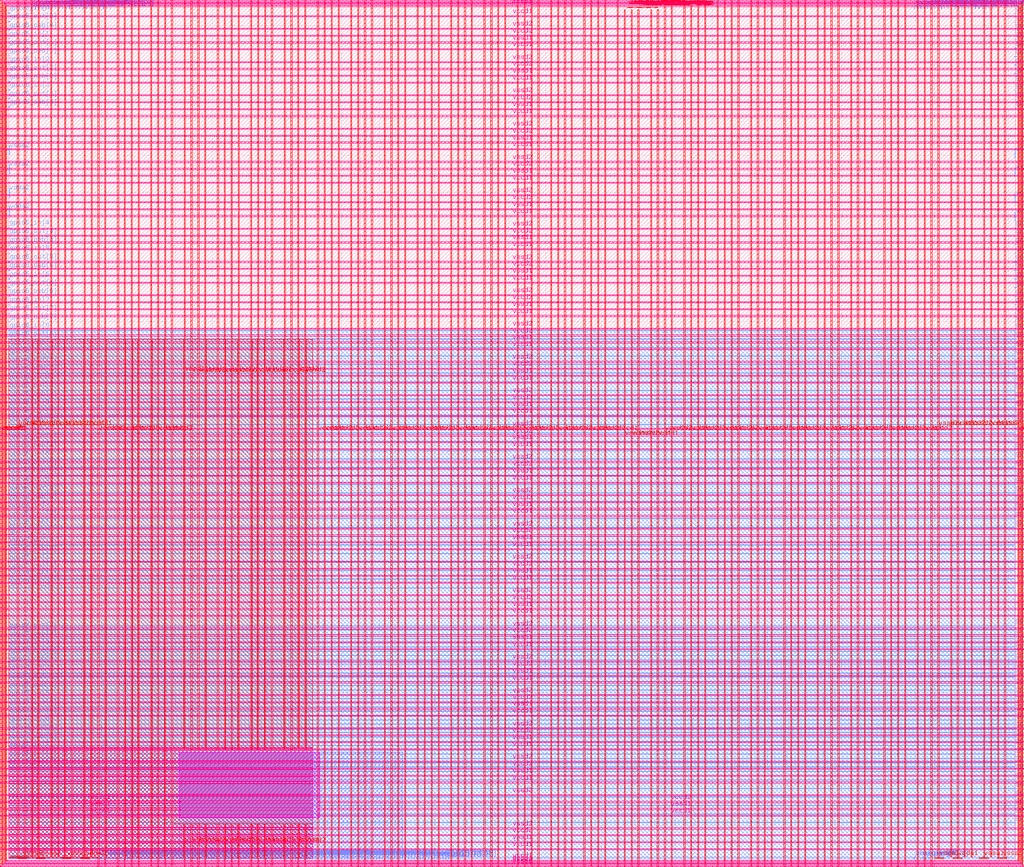
<source format=lef>
VERSION 5.7 ;
  NOWIREEXTENSIONATPIN ON ;
  DIVIDERCHAR "/" ;
  BUSBITCHARS "[]" ;
MACRO user_project_wrapper
  CLASS BLOCK ;
  FOREIGN user_project_wrapper ;
  ORIGIN 0.000 0.000 ;
  SIZE 2720.000 BY 2300.000 ;
  PIN HADDR[0]
    DIRECTION INPUT ;
    USE SIGNAL ;
    ANTENNAGATEAREA 0.126000 ;
    PORT
      LAYER met2 ;
        RECT 258.110 -2.000 258.390 4.000 ;
    END
  END HADDR[0]
  PIN HADDR[10]
    DIRECTION INPUT ;
    USE SIGNAL ;
    ANTENNAGATEAREA 0.126000 ;
    PORT
      LAYER met2 ;
        RECT 336.310 -2.000 336.590 4.000 ;
    END
  END HADDR[10]
  PIN HADDR[11]
    DIRECTION INPUT ;
    USE SIGNAL ;
    ANTENNAGATEAREA 0.126000 ;
    PORT
      LAYER met2 ;
        RECT 344.130 -2.000 344.410 4.000 ;
    END
  END HADDR[11]
  PIN HADDR[12]
    DIRECTION INPUT ;
    USE SIGNAL ;
    ANTENNAGATEAREA 0.126000 ;
    PORT
      LAYER met2 ;
        RECT 351.950 -2.000 352.230 4.000 ;
    END
  END HADDR[12]
  PIN HADDR[13]
    DIRECTION INPUT ;
    USE SIGNAL ;
    ANTENNAGATEAREA 0.126000 ;
    PORT
      LAYER met2 ;
        RECT 359.770 -2.000 360.050 4.000 ;
    END
  END HADDR[13]
  PIN HADDR[14]
    DIRECTION INPUT ;
    USE SIGNAL ;
    ANTENNAGATEAREA 0.126000 ;
    PORT
      LAYER met2 ;
        RECT 367.590 -2.000 367.870 4.000 ;
    END
  END HADDR[14]
  PIN HADDR[15]
    DIRECTION INPUT ;
    USE SIGNAL ;
    ANTENNAGATEAREA 0.126000 ;
    PORT
      LAYER met2 ;
        RECT 375.410 -2.000 375.690 4.000 ;
    END
  END HADDR[15]
  PIN HADDR[16]
    DIRECTION INPUT ;
    USE SIGNAL ;
    PORT
      LAYER met2 ;
        RECT 383.230 -2.000 383.510 4.000 ;
    END
  END HADDR[16]
  PIN HADDR[17]
    DIRECTION INPUT ;
    USE SIGNAL ;
    PORT
      LAYER met2 ;
        RECT 391.050 -2.000 391.330 4.000 ;
    END
  END HADDR[17]
  PIN HADDR[18]
    DIRECTION INPUT ;
    USE SIGNAL ;
    PORT
      LAYER met2 ;
        RECT 398.870 -2.000 399.150 4.000 ;
    END
  END HADDR[18]
  PIN HADDR[19]
    DIRECTION INPUT ;
    USE SIGNAL ;
    PORT
      LAYER met2 ;
        RECT 406.690 -2.000 406.970 4.000 ;
    END
  END HADDR[19]
  PIN HADDR[1]
    DIRECTION INPUT ;
    USE SIGNAL ;
    ANTENNAGATEAREA 0.126000 ;
    PORT
      LAYER met2 ;
        RECT 265.930 -2.000 266.210 4.000 ;
    END
  END HADDR[1]
  PIN HADDR[20]
    DIRECTION INPUT ;
    USE SIGNAL ;
    PORT
      LAYER met2 ;
        RECT 414.510 -2.000 414.790 4.000 ;
    END
  END HADDR[20]
  PIN HADDR[21]
    DIRECTION INPUT ;
    USE SIGNAL ;
    PORT
      LAYER met2 ;
        RECT 422.330 -2.000 422.610 4.000 ;
    END
  END HADDR[21]
  PIN HADDR[22]
    DIRECTION INPUT ;
    USE SIGNAL ;
    PORT
      LAYER met2 ;
        RECT 430.150 -2.000 430.430 4.000 ;
    END
  END HADDR[22]
  PIN HADDR[23]
    DIRECTION INPUT ;
    USE SIGNAL ;
    PORT
      LAYER met2 ;
        RECT 437.970 -2.000 438.250 4.000 ;
    END
  END HADDR[23]
  PIN HADDR[24]
    DIRECTION INPUT ;
    USE SIGNAL ;
    PORT
      LAYER met2 ;
        RECT 445.790 -2.000 446.070 4.000 ;
    END
  END HADDR[24]
  PIN HADDR[25]
    DIRECTION INPUT ;
    USE SIGNAL ;
    PORT
      LAYER met2 ;
        RECT 453.610 -2.000 453.890 4.000 ;
    END
  END HADDR[25]
  PIN HADDR[26]
    DIRECTION INPUT ;
    USE SIGNAL ;
    PORT
      LAYER met2 ;
        RECT 461.430 -2.000 461.710 4.000 ;
    END
  END HADDR[26]
  PIN HADDR[27]
    DIRECTION INPUT ;
    USE SIGNAL ;
    PORT
      LAYER met2 ;
        RECT 469.250 -2.000 469.530 4.000 ;
    END
  END HADDR[27]
  PIN HADDR[28]
    DIRECTION INPUT ;
    USE SIGNAL ;
    PORT
      LAYER met2 ;
        RECT 477.070 -2.000 477.350 4.000 ;
    END
  END HADDR[28]
  PIN HADDR[29]
    DIRECTION INPUT ;
    USE SIGNAL ;
    PORT
      LAYER met2 ;
        RECT 484.890 -2.000 485.170 4.000 ;
    END
  END HADDR[29]
  PIN HADDR[2]
    DIRECTION INPUT ;
    USE SIGNAL ;
    ANTENNAGATEAREA 0.126000 ;
    PORT
      LAYER met2 ;
        RECT 273.750 -2.000 274.030 4.000 ;
    END
  END HADDR[2]
  PIN HADDR[30]
    DIRECTION INPUT ;
    USE SIGNAL ;
    PORT
      LAYER met2 ;
        RECT 492.710 -2.000 492.990 4.000 ;
    END
  END HADDR[30]
  PIN HADDR[31]
    DIRECTION INPUT ;
    USE SIGNAL ;
    PORT
      LAYER met2 ;
        RECT 500.530 -2.000 500.810 4.000 ;
    END
  END HADDR[31]
  PIN HADDR[3]
    DIRECTION INPUT ;
    USE SIGNAL ;
    ANTENNAGATEAREA 0.560700 ;
    ANTENNADIFFAREA 0.434700 ;
    PORT
      LAYER met2 ;
        RECT 281.570 -2.000 281.850 4.000 ;
    END
  END HADDR[3]
  PIN HADDR[4]
    DIRECTION INPUT ;
    USE SIGNAL ;
    ANTENNAGATEAREA 0.126000 ;
    PORT
      LAYER met2 ;
        RECT 289.390 -2.000 289.670 4.000 ;
    END
  END HADDR[4]
  PIN HADDR[5]
    DIRECTION INPUT ;
    USE SIGNAL ;
    ANTENNAGATEAREA 0.560700 ;
    ANTENNADIFFAREA 0.434700 ;
    PORT
      LAYER met2 ;
        RECT 297.210 -2.000 297.490 4.000 ;
    END
  END HADDR[5]
  PIN HADDR[6]
    DIRECTION INPUT ;
    USE SIGNAL ;
    ANTENNAGATEAREA 0.126000 ;
    PORT
      LAYER met2 ;
        RECT 305.030 -2.000 305.310 4.000 ;
    END
  END HADDR[6]
  PIN HADDR[7]
    DIRECTION INPUT ;
    USE SIGNAL ;
    ANTENNAGATEAREA 0.126000 ;
    PORT
      LAYER met2 ;
        RECT 312.850 -2.000 313.130 4.000 ;
    END
  END HADDR[7]
  PIN HADDR[8]
    DIRECTION INPUT ;
    USE SIGNAL ;
    ANTENNAGATEAREA 0.560700 ;
    ANTENNADIFFAREA 0.434700 ;
    PORT
      LAYER met2 ;
        RECT 320.670 -2.000 320.950 4.000 ;
    END
  END HADDR[8]
  PIN HADDR[9]
    DIRECTION INPUT ;
    USE SIGNAL ;
    ANTENNAGATEAREA 0.126000 ;
    PORT
      LAYER met2 ;
        RECT 328.490 -2.000 328.770 4.000 ;
    END
  END HADDR[9]
  PIN HCLK
    DIRECTION INPUT ;
    USE SIGNAL ;
    ANTENNAGATEAREA 0.852000 ;
    PORT
      LAYER met2 ;
        RECT 234.650 -2.000 234.930 4.000 ;
    END
  END HCLK
  PIN HRDATA[0]
    DIRECTION OUTPUT ;
    USE SIGNAL ;
    ANTENNADIFFAREA 2.673000 ;
    PORT
      LAYER met2 ;
        RECT 813.330 -2.000 813.610 4.000 ;
    END
  END HRDATA[0]
  PIN HRDATA[10]
    DIRECTION OUTPUT ;
    USE SIGNAL ;
    ANTENNADIFFAREA 2.673000 ;
    PORT
      LAYER met2 ;
        RECT 891.530 -2.000 891.810 4.000 ;
    END
  END HRDATA[10]
  PIN HRDATA[11]
    DIRECTION OUTPUT ;
    USE SIGNAL ;
    ANTENNADIFFAREA 2.673000 ;
    PORT
      LAYER met2 ;
        RECT 899.350 -2.000 899.630 4.000 ;
    END
  END HRDATA[11]
  PIN HRDATA[12]
    DIRECTION OUTPUT ;
    USE SIGNAL ;
    ANTENNADIFFAREA 2.673000 ;
    PORT
      LAYER met2 ;
        RECT 907.170 -2.000 907.450 4.000 ;
    END
  END HRDATA[12]
  PIN HRDATA[13]
    DIRECTION OUTPUT ;
    USE SIGNAL ;
    ANTENNADIFFAREA 2.673000 ;
    PORT
      LAYER met2 ;
        RECT 914.990 -2.000 915.270 4.000 ;
    END
  END HRDATA[13]
  PIN HRDATA[14]
    DIRECTION OUTPUT ;
    USE SIGNAL ;
    ANTENNADIFFAREA 2.673000 ;
    PORT
      LAYER met2 ;
        RECT 922.810 -2.000 923.090 4.000 ;
    END
  END HRDATA[14]
  PIN HRDATA[15]
    DIRECTION OUTPUT ;
    USE SIGNAL ;
    ANTENNADIFFAREA 2.673000 ;
    PORT
      LAYER met2 ;
        RECT 930.630 -2.000 930.910 4.000 ;
    END
  END HRDATA[15]
  PIN HRDATA[16]
    DIRECTION OUTPUT ;
    USE SIGNAL ;
    ANTENNADIFFAREA 2.673000 ;
    PORT
      LAYER met2 ;
        RECT 938.450 -2.000 938.730 4.000 ;
    END
  END HRDATA[16]
  PIN HRDATA[17]
    DIRECTION OUTPUT ;
    USE SIGNAL ;
    PORT
      LAYER met2 ;
        RECT 946.270 -2.000 946.550 4.000 ;
    END
  END HRDATA[17]
  PIN HRDATA[18]
    DIRECTION OUTPUT ;
    USE SIGNAL ;
    ANTENNADIFFAREA 2.673000 ;
    PORT
      LAYER met2 ;
        RECT 954.090 -2.000 954.370 4.000 ;
    END
  END HRDATA[18]
  PIN HRDATA[19]
    DIRECTION OUTPUT ;
    USE SIGNAL ;
    ANTENNADIFFAREA 2.673000 ;
    PORT
      LAYER met2 ;
        RECT 961.910 -2.000 962.190 4.000 ;
    END
  END HRDATA[19]
  PIN HRDATA[1]
    DIRECTION OUTPUT ;
    USE SIGNAL ;
    ANTENNADIFFAREA 2.673000 ;
    PORT
      LAYER met2 ;
        RECT 821.150 -2.000 821.430 4.000 ;
    END
  END HRDATA[1]
  PIN HRDATA[20]
    DIRECTION OUTPUT ;
    USE SIGNAL ;
    PORT
      LAYER met2 ;
        RECT 969.730 -2.000 970.010 4.000 ;
    END
  END HRDATA[20]
  PIN HRDATA[21]
    DIRECTION OUTPUT ;
    USE SIGNAL ;
    ANTENNADIFFAREA 2.673000 ;
    PORT
      LAYER met2 ;
        RECT 977.550 -2.000 977.830 4.000 ;
    END
  END HRDATA[21]
  PIN HRDATA[22]
    DIRECTION OUTPUT ;
    USE SIGNAL ;
    PORT
      LAYER met2 ;
        RECT 985.370 -2.000 985.650 4.000 ;
    END
  END HRDATA[22]
  PIN HRDATA[23]
    DIRECTION OUTPUT ;
    USE SIGNAL ;
    ANTENNADIFFAREA 2.673000 ;
    PORT
      LAYER met2 ;
        RECT 993.190 -2.000 993.470 4.000 ;
    END
  END HRDATA[23]
  PIN HRDATA[24]
    DIRECTION OUTPUT ;
    USE SIGNAL ;
    PORT
      LAYER met2 ;
        RECT 1001.010 -2.000 1001.290 4.000 ;
    END
  END HRDATA[24]
  PIN HRDATA[25]
    DIRECTION OUTPUT ;
    USE SIGNAL ;
    ANTENNADIFFAREA 2.673000 ;
    PORT
      LAYER met2 ;
        RECT 1008.830 -2.000 1009.110 4.000 ;
    END
  END HRDATA[25]
  PIN HRDATA[26]
    DIRECTION OUTPUT ;
    USE SIGNAL ;
    ANTENNADIFFAREA 2.673000 ;
    PORT
      LAYER met2 ;
        RECT 1016.650 -2.000 1016.930 4.000 ;
    END
  END HRDATA[26]
  PIN HRDATA[27]
    DIRECTION OUTPUT ;
    USE SIGNAL ;
    ANTENNADIFFAREA 2.673000 ;
    PORT
      LAYER met2 ;
        RECT 1024.470 -2.000 1024.750 4.000 ;
    END
  END HRDATA[27]
  PIN HRDATA[28]
    DIRECTION OUTPUT ;
    USE SIGNAL ;
    ANTENNADIFFAREA 2.673000 ;
    PORT
      LAYER met2 ;
        RECT 1032.290 -2.000 1032.570 4.000 ;
    END
  END HRDATA[28]
  PIN HRDATA[29]
    DIRECTION OUTPUT ;
    USE SIGNAL ;
    PORT
      LAYER met2 ;
        RECT 1040.110 -2.000 1040.390 4.000 ;
    END
  END HRDATA[29]
  PIN HRDATA[2]
    DIRECTION OUTPUT ;
    USE SIGNAL ;
    ANTENNADIFFAREA 2.673000 ;
    PORT
      LAYER met2 ;
        RECT 828.970 -2.000 829.250 4.000 ;
    END
  END HRDATA[2]
  PIN HRDATA[30]
    DIRECTION OUTPUT ;
    USE SIGNAL ;
    ANTENNADIFFAREA 2.673000 ;
    PORT
      LAYER met2 ;
        RECT 1047.930 -2.000 1048.210 4.000 ;
    END
  END HRDATA[30]
  PIN HRDATA[31]
    DIRECTION OUTPUT ;
    USE SIGNAL ;
    ANTENNADIFFAREA 2.673000 ;
    PORT
      LAYER met2 ;
        RECT 1055.750 -2.000 1056.030 4.000 ;
    END
  END HRDATA[31]
  PIN HRDATA[3]
    DIRECTION OUTPUT ;
    USE SIGNAL ;
    ANTENNADIFFAREA 2.673000 ;
    PORT
      LAYER met2 ;
        RECT 836.790 -2.000 837.070 4.000 ;
    END
  END HRDATA[3]
  PIN HRDATA[4]
    DIRECTION OUTPUT ;
    USE SIGNAL ;
    ANTENNADIFFAREA 3.180800 ;
    PORT
      LAYER met2 ;
        RECT 844.610 -2.000 844.890 4.000 ;
    END
  END HRDATA[4]
  PIN HRDATA[5]
    DIRECTION OUTPUT ;
    USE SIGNAL ;
    ANTENNADIFFAREA 2.673000 ;
    PORT
      LAYER met2 ;
        RECT 852.430 -2.000 852.710 4.000 ;
    END
  END HRDATA[5]
  PIN HRDATA[6]
    DIRECTION OUTPUT ;
    USE SIGNAL ;
    ANTENNADIFFAREA 2.673000 ;
    PORT
      LAYER met2 ;
        RECT 860.250 -2.000 860.530 4.000 ;
    END
  END HRDATA[6]
  PIN HRDATA[7]
    DIRECTION OUTPUT ;
    USE SIGNAL ;
    ANTENNADIFFAREA 2.673000 ;
    PORT
      LAYER met2 ;
        RECT 868.070 -2.000 868.350 4.000 ;
    END
  END HRDATA[7]
  PIN HRDATA[8]
    DIRECTION OUTPUT ;
    USE SIGNAL ;
    ANTENNADIFFAREA 2.673000 ;
    PORT
      LAYER met2 ;
        RECT 875.890 -2.000 876.170 4.000 ;
    END
  END HRDATA[8]
  PIN HRDATA[9]
    DIRECTION OUTPUT ;
    USE SIGNAL ;
    ANTENNADIFFAREA 2.673000 ;
    PORT
      LAYER met2 ;
        RECT 883.710 -2.000 883.990 4.000 ;
    END
  END HRDATA[9]
  PIN HREADY
    DIRECTION INPUT ;
    USE SIGNAL ;
    ANTENNAGATEAREA 0.126000 ;
    PORT
      LAYER met2 ;
        RECT 758.590 -2.000 758.870 4.000 ;
    END
  END HREADY
  PIN HREADYOUT
    DIRECTION OUTPUT ;
    USE SIGNAL ;
    PORT
      LAYER met2 ;
        RECT 1063.570 -2.000 1063.850 4.000 ;
    END
  END HREADYOUT
  PIN HRESETn
    DIRECTION INPUT ;
    USE SIGNAL ;
    ANTENNAGATEAREA 0.126000 ;
    PORT
      LAYER met2 ;
        RECT 242.470 -2.000 242.750 4.000 ;
    END
  END HRESETn
  PIN HSEL
    DIRECTION INPUT ;
    USE SIGNAL ;
    ANTENNAGATEAREA 0.196500 ;
    PORT
      LAYER met2 ;
        RECT 250.290 -2.000 250.570 4.000 ;
    END
  END HSEL
  PIN HSIZE[0]
    DIRECTION INPUT ;
    USE SIGNAL ;
    PORT
      LAYER met2 ;
        RECT 789.870 -2.000 790.150 4.000 ;
    END
  END HSIZE[0]
  PIN HSIZE[1]
    DIRECTION INPUT ;
    USE SIGNAL ;
    PORT
      LAYER met2 ;
        RECT 797.690 -2.000 797.970 4.000 ;
    END
  END HSIZE[1]
  PIN HSIZE[2]
    DIRECTION INPUT ;
    USE SIGNAL ;
    PORT
      LAYER met2 ;
        RECT 805.510 -2.000 805.790 4.000 ;
    END
  END HSIZE[2]
  PIN HTRANS[0]
    DIRECTION INPUT ;
    USE SIGNAL ;
    PORT
      LAYER met2 ;
        RECT 774.230 -2.000 774.510 4.000 ;
    END
  END HTRANS[0]
  PIN HTRANS[1]
    DIRECTION INPUT ;
    USE SIGNAL ;
    ANTENNAGATEAREA 0.560700 ;
    ANTENNADIFFAREA 0.434700 ;
    PORT
      LAYER met2 ;
        RECT 782.050 -2.000 782.330 4.000 ;
    END
  END HTRANS[1]
  PIN HWDATA[0]
    DIRECTION INPUT ;
    USE SIGNAL ;
    ANTENNAGATEAREA 0.126000 ;
    PORT
      LAYER met2 ;
        RECT 508.350 -2.000 508.630 4.000 ;
    END
  END HWDATA[0]
  PIN HWDATA[10]
    DIRECTION INPUT ;
    USE SIGNAL ;
    ANTENNAGATEAREA 0.126000 ;
    PORT
      LAYER met2 ;
        RECT 586.550 -2.000 586.830 4.000 ;
    END
  END HWDATA[10]
  PIN HWDATA[11]
    DIRECTION INPUT ;
    USE SIGNAL ;
    ANTENNAGATEAREA 0.560700 ;
    ANTENNADIFFAREA 0.434700 ;
    PORT
      LAYER met2 ;
        RECT 594.370 -2.000 594.650 4.000 ;
    END
  END HWDATA[11]
  PIN HWDATA[12]
    DIRECTION INPUT ;
    USE SIGNAL ;
    ANTENNAGATEAREA 0.126000 ;
    PORT
      LAYER met2 ;
        RECT 602.190 -2.000 602.470 4.000 ;
    END
  END HWDATA[12]
  PIN HWDATA[13]
    DIRECTION INPUT ;
    USE SIGNAL ;
    ANTENNAGATEAREA 0.126000 ;
    PORT
      LAYER met2 ;
        RECT 610.010 -2.000 610.290 4.000 ;
    END
  END HWDATA[13]
  PIN HWDATA[14]
    DIRECTION INPUT ;
    USE SIGNAL ;
    ANTENNAGATEAREA 0.126000 ;
    PORT
      LAYER met2 ;
        RECT 617.830 -2.000 618.110 4.000 ;
    END
  END HWDATA[14]
  PIN HWDATA[15]
    DIRECTION INPUT ;
    USE SIGNAL ;
    ANTENNAGATEAREA 0.126000 ;
    PORT
      LAYER met2 ;
        RECT 625.650 -2.000 625.930 4.000 ;
    END
  END HWDATA[15]
  PIN HWDATA[16]
    DIRECTION INPUT ;
    USE SIGNAL ;
    PORT
      LAYER met2 ;
        RECT 633.470 -2.000 633.750 4.000 ;
    END
  END HWDATA[16]
  PIN HWDATA[17]
    DIRECTION INPUT ;
    USE SIGNAL ;
    PORT
      LAYER met2 ;
        RECT 641.290 -2.000 641.570 4.000 ;
    END
  END HWDATA[17]
  PIN HWDATA[18]
    DIRECTION INPUT ;
    USE SIGNAL ;
    PORT
      LAYER met2 ;
        RECT 649.110 -2.000 649.390 4.000 ;
    END
  END HWDATA[18]
  PIN HWDATA[19]
    DIRECTION INPUT ;
    USE SIGNAL ;
    PORT
      LAYER met2 ;
        RECT 656.930 -2.000 657.210 4.000 ;
    END
  END HWDATA[19]
  PIN HWDATA[1]
    DIRECTION INPUT ;
    USE SIGNAL ;
    ANTENNAGATEAREA 0.560700 ;
    ANTENNADIFFAREA 0.434700 ;
    PORT
      LAYER met2 ;
        RECT 516.170 -2.000 516.450 4.000 ;
    END
  END HWDATA[1]
  PIN HWDATA[20]
    DIRECTION INPUT ;
    USE SIGNAL ;
    PORT
      LAYER met2 ;
        RECT 664.750 -2.000 665.030 4.000 ;
    END
  END HWDATA[20]
  PIN HWDATA[21]
    DIRECTION INPUT ;
    USE SIGNAL ;
    PORT
      LAYER met2 ;
        RECT 672.570 -2.000 672.850 4.000 ;
    END
  END HWDATA[21]
  PIN HWDATA[22]
    DIRECTION INPUT ;
    USE SIGNAL ;
    PORT
      LAYER met2 ;
        RECT 680.390 -2.000 680.670 4.000 ;
    END
  END HWDATA[22]
  PIN HWDATA[23]
    DIRECTION INPUT ;
    USE SIGNAL ;
    PORT
      LAYER met2 ;
        RECT 688.210 -2.000 688.490 4.000 ;
    END
  END HWDATA[23]
  PIN HWDATA[24]
    DIRECTION INPUT ;
    USE SIGNAL ;
    PORT
      LAYER met2 ;
        RECT 696.030 -2.000 696.310 4.000 ;
    END
  END HWDATA[24]
  PIN HWDATA[25]
    DIRECTION INPUT ;
    USE SIGNAL ;
    PORT
      LAYER met2 ;
        RECT 703.850 -2.000 704.130 4.000 ;
    END
  END HWDATA[25]
  PIN HWDATA[26]
    DIRECTION INPUT ;
    USE SIGNAL ;
    PORT
      LAYER met2 ;
        RECT 711.670 -2.000 711.950 4.000 ;
    END
  END HWDATA[26]
  PIN HWDATA[27]
    DIRECTION INPUT ;
    USE SIGNAL ;
    PORT
      LAYER met2 ;
        RECT 719.490 -2.000 719.770 4.000 ;
    END
  END HWDATA[27]
  PIN HWDATA[28]
    DIRECTION INPUT ;
    USE SIGNAL ;
    PORT
      LAYER met2 ;
        RECT 727.310 -2.000 727.590 4.000 ;
    END
  END HWDATA[28]
  PIN HWDATA[29]
    DIRECTION INPUT ;
    USE SIGNAL ;
    PORT
      LAYER met2 ;
        RECT 735.130 -2.000 735.410 4.000 ;
    END
  END HWDATA[29]
  PIN HWDATA[2]
    DIRECTION INPUT ;
    USE SIGNAL ;
    ANTENNAGATEAREA 0.560700 ;
    ANTENNADIFFAREA 0.434700 ;
    PORT
      LAYER met2 ;
        RECT 523.990 -2.000 524.270 4.000 ;
    END
  END HWDATA[2]
  PIN HWDATA[30]
    DIRECTION INPUT ;
    USE SIGNAL ;
    PORT
      LAYER met2 ;
        RECT 742.950 -2.000 743.230 4.000 ;
    END
  END HWDATA[30]
  PIN HWDATA[31]
    DIRECTION INPUT ;
    USE SIGNAL ;
    PORT
      LAYER met2 ;
        RECT 750.770 -2.000 751.050 4.000 ;
    END
  END HWDATA[31]
  PIN HWDATA[3]
    DIRECTION INPUT ;
    USE SIGNAL ;
    ANTENNAGATEAREA 0.560700 ;
    ANTENNADIFFAREA 0.434700 ;
    PORT
      LAYER met2 ;
        RECT 531.810 -2.000 532.090 4.000 ;
    END
  END HWDATA[3]
  PIN HWDATA[4]
    DIRECTION INPUT ;
    USE SIGNAL ;
    ANTENNAGATEAREA 0.560700 ;
    ANTENNADIFFAREA 0.434700 ;
    PORT
      LAYER met2 ;
        RECT 539.630 -2.000 539.910 4.000 ;
    END
  END HWDATA[4]
  PIN HWDATA[5]
    DIRECTION INPUT ;
    USE SIGNAL ;
    ANTENNAGATEAREA 0.560700 ;
    ANTENNADIFFAREA 0.434700 ;
    PORT
      LAYER met2 ;
        RECT 547.450 -2.000 547.730 4.000 ;
    END
  END HWDATA[5]
  PIN HWDATA[6]
    DIRECTION INPUT ;
    USE SIGNAL ;
    ANTENNAGATEAREA 0.560700 ;
    ANTENNADIFFAREA 0.434700 ;
    PORT
      LAYER met2 ;
        RECT 555.270 -2.000 555.550 4.000 ;
    END
  END HWDATA[6]
  PIN HWDATA[7]
    DIRECTION INPUT ;
    USE SIGNAL ;
    ANTENNAGATEAREA 0.126000 ;
    PORT
      LAYER met2 ;
        RECT 563.090 -2.000 563.370 4.000 ;
    END
  END HWDATA[7]
  PIN HWDATA[8]
    DIRECTION INPUT ;
    USE SIGNAL ;
    ANTENNAGATEAREA 0.126000 ;
    PORT
      LAYER met2 ;
        RECT 570.910 -2.000 571.190 4.000 ;
    END
  END HWDATA[8]
  PIN HWDATA[9]
    DIRECTION INPUT ;
    USE SIGNAL ;
    ANTENNAGATEAREA 0.560700 ;
    ANTENNADIFFAREA 0.434700 ;
    PORT
      LAYER met2 ;
        RECT 578.730 -2.000 579.010 4.000 ;
    END
  END HWDATA[9]
  PIN HWRITE
    DIRECTION INPUT ;
    USE SIGNAL ;
    ANTENNAGATEAREA 0.126000 ;
    PORT
      LAYER met2 ;
        RECT 766.410 -2.000 766.690 4.000 ;
    END
  END HWRITE
  PIN adc0
    DIRECTION INOUT ;
    USE SIGNAL ;
    PORT
      LAYER met4 ;
        RECT 1698.125 2298.500 1698.765 2300.000 ;
    END
  END adc0
  PIN adc1
    DIRECTION INOUT ;
    USE SIGNAL ;
    PORT
      LAYER met4 ;
        RECT 1700.685 2298.500 1701.325 2300.000 ;
    END
  END adc1
  PIN comp_n
    DIRECTION INOUT ;
    USE SIGNAL ;
    PORT
      LAYER met4 ;
        RECT 1703.245 2298.500 1703.885 2300.000 ;
    END
  END comp_n
  PIN comp_p
    DIRECTION INOUT ;
    USE SIGNAL ;
    PORT
      LAYER met4 ;
        RECT 1705.805 2298.500 1706.445 2300.000 ;
    END
  END comp_p
  PIN dac0
    DIRECTION INOUT ;
    USE SIGNAL ;
    PORT
      LAYER met4 ;
        RECT 1682.765 2298.500 1683.405 2300.000 ;
    END
  END dac0
  PIN dac1
    DIRECTION INOUT ;
    USE SIGNAL ;
    PORT
      LAYER met4 ;
        RECT 1685.325 2298.500 1685.965 2300.000 ;
    END
  END dac1
  PIN gpio0_in[0]
    DIRECTION INPUT ;
    USE SIGNAL ;
    PORT
      LAYER met3 ;
        RECT 2716.000 97.090 2722.000 97.690 ;
    END
  END gpio0_in[0]
  PIN gpio0_in[1]
    DIRECTION INPUT ;
    USE SIGNAL ;
    PORT
      LAYER met3 ;
        RECT 2716.000 166.450 2722.000 167.050 ;
    END
  END gpio0_in[1]
  PIN gpio0_in[2]
    DIRECTION INPUT ;
    USE SIGNAL ;
    PORT
      LAYER met3 ;
        RECT 2716.000 235.810 2722.000 236.410 ;
    END
  END gpio0_in[2]
  PIN gpio0_in[3]
    DIRECTION INPUT ;
    USE SIGNAL ;
    PORT
      LAYER met3 ;
        RECT 2716.000 305.170 2722.000 305.770 ;
    END
  END gpio0_in[3]
  PIN gpio0_in[4]
    DIRECTION INPUT ;
    USE SIGNAL ;
    PORT
      LAYER met3 ;
        RECT 2716.000 374.530 2722.000 375.130 ;
    END
  END gpio0_in[4]
  PIN gpio0_in[5]
    DIRECTION INPUT ;
    USE SIGNAL ;
    PORT
      LAYER met3 ;
        RECT 2716.000 443.890 2722.000 444.490 ;
    END
  END gpio0_in[5]
  PIN gpio0_in[6]
    DIRECTION INPUT ;
    USE SIGNAL ;
    PORT
      LAYER met3 ;
        RECT 2716.000 513.250 2722.000 513.850 ;
    END
  END gpio0_in[6]
  PIN gpio0_in[7]
    DIRECTION INPUT ;
    USE SIGNAL ;
    PORT
      LAYER met3 ;
        RECT 2716.000 582.610 2722.000 583.210 ;
    END
  END gpio0_in[7]
  PIN gpio0_oeb[0]
    DIRECTION OUTPUT ;
    USE SIGNAL ;
    PORT
      LAYER met3 ;
        RECT 2716.000 143.330 2722.000 143.930 ;
    END
  END gpio0_oeb[0]
  PIN gpio0_oeb[1]
    DIRECTION OUTPUT ;
    USE SIGNAL ;
    PORT
      LAYER met3 ;
        RECT 2716.000 212.690 2722.000 213.290 ;
    END
  END gpio0_oeb[1]
  PIN gpio0_oeb[2]
    DIRECTION OUTPUT ;
    USE SIGNAL ;
    PORT
      LAYER met3 ;
        RECT 2716.000 282.050 2722.000 282.650 ;
    END
  END gpio0_oeb[2]
  PIN gpio0_oeb[3]
    DIRECTION OUTPUT ;
    USE SIGNAL ;
    PORT
      LAYER met3 ;
        RECT 2716.000 351.410 2722.000 352.010 ;
    END
  END gpio0_oeb[3]
  PIN gpio0_oeb[4]
    DIRECTION OUTPUT ;
    USE SIGNAL ;
    PORT
      LAYER met3 ;
        RECT 2716.000 420.770 2722.000 421.370 ;
    END
  END gpio0_oeb[4]
  PIN gpio0_oeb[5]
    DIRECTION OUTPUT ;
    USE SIGNAL ;
    PORT
      LAYER met3 ;
        RECT 2716.000 490.130 2722.000 490.730 ;
    END
  END gpio0_oeb[5]
  PIN gpio0_oeb[6]
    DIRECTION OUTPUT ;
    USE SIGNAL ;
    PORT
      LAYER met3 ;
        RECT 2716.000 559.490 2722.000 560.090 ;
    END
  END gpio0_oeb[6]
  PIN gpio0_oeb[7]
    DIRECTION OUTPUT ;
    USE SIGNAL ;
    PORT
      LAYER met3 ;
        RECT 2716.000 628.850 2722.000 629.450 ;
    END
  END gpio0_oeb[7]
  PIN gpio0_out[0]
    DIRECTION OUTPUT ;
    USE SIGNAL ;
    PORT
      LAYER met3 ;
        RECT 2716.000 120.210 2722.000 120.810 ;
    END
  END gpio0_out[0]
  PIN gpio0_out[1]
    DIRECTION OUTPUT ;
    USE SIGNAL ;
    PORT
      LAYER met3 ;
        RECT 2716.000 189.570 2722.000 190.170 ;
    END
  END gpio0_out[1]
  PIN gpio0_out[2]
    DIRECTION OUTPUT ;
    USE SIGNAL ;
    PORT
      LAYER met3 ;
        RECT 2716.000 258.930 2722.000 259.530 ;
    END
  END gpio0_out[2]
  PIN gpio0_out[3]
    DIRECTION OUTPUT ;
    USE SIGNAL ;
    PORT
      LAYER met3 ;
        RECT 2716.000 328.290 2722.000 328.890 ;
    END
  END gpio0_out[3]
  PIN gpio0_out[4]
    DIRECTION OUTPUT ;
    USE SIGNAL ;
    PORT
      LAYER met3 ;
        RECT 2716.000 397.650 2722.000 398.250 ;
    END
  END gpio0_out[4]
  PIN gpio0_out[5]
    DIRECTION OUTPUT ;
    USE SIGNAL ;
    PORT
      LAYER met3 ;
        RECT 2716.000 467.010 2722.000 467.610 ;
    END
  END gpio0_out[5]
  PIN gpio0_out[6]
    DIRECTION OUTPUT ;
    USE SIGNAL ;
    PORT
      LAYER met3 ;
        RECT 2716.000 536.370 2722.000 536.970 ;
    END
  END gpio0_out[6]
  PIN gpio0_out[7]
    DIRECTION OUTPUT ;
    USE SIGNAL ;
    PORT
      LAYER met3 ;
        RECT 2716.000 605.730 2722.000 606.330 ;
    END
  END gpio0_out[7]
  PIN gpio1_in[0]
    DIRECTION INPUT ;
    USE SIGNAL ;
    PORT
      LAYER met3 ;
        RECT 2716.000 894.920 2722.000 895.520 ;
    END
  END gpio1_in[0]
  PIN gpio1_in[1]
    DIRECTION INPUT ;
    USE SIGNAL ;
    PORT
      LAYER met3 ;
        RECT 2716.000 964.280 2722.000 964.880 ;
    END
  END gpio1_in[1]
  PIN gpio1_in[2]
    DIRECTION INPUT ;
    USE SIGNAL ;
    PORT
      LAYER met3 ;
        RECT 2716.000 1033.640 2722.000 1034.240 ;
    END
  END gpio1_in[2]
  PIN gpio1_in[3]
    DIRECTION INPUT ;
    USE SIGNAL ;
    PORT
      LAYER met3 ;
        RECT 2716.000 1103.000 2722.000 1103.600 ;
    END
  END gpio1_in[3]
  PIN gpio1_in[4]
    DIRECTION INPUT ;
    USE SIGNAL ;
    PORT
      LAYER met3 ;
        RECT 2716.000 1172.360 2722.000 1172.960 ;
    END
  END gpio1_in[4]
  PIN gpio1_in[5]
    DIRECTION INPUT ;
    USE SIGNAL ;
    PORT
      LAYER met3 ;
        RECT 2716.000 1241.720 2722.000 1242.320 ;
    END
  END gpio1_in[5]
  PIN gpio1_in[6]
    DIRECTION INPUT ;
    USE SIGNAL ;
    PORT
      LAYER met3 ;
        RECT 2716.000 1311.080 2722.000 1311.680 ;
    END
  END gpio1_in[6]
  PIN gpio1_in[7]
    DIRECTION INPUT ;
    USE SIGNAL ;
    PORT
      LAYER met3 ;
        RECT 2716.000 1380.440 2722.000 1381.040 ;
    END
  END gpio1_in[7]
  PIN gpio1_oeb[0]
    DIRECTION OUTPUT ;
    USE SIGNAL ;
    ANTENNADIFFAREA 2.673000 ;
    PORT
      LAYER met3 ;
        RECT 2716.000 941.160 2722.000 941.760 ;
    END
  END gpio1_oeb[0]
  PIN gpio1_oeb[1]
    DIRECTION OUTPUT ;
    USE SIGNAL ;
    ANTENNADIFFAREA 2.673000 ;
    PORT
      LAYER met3 ;
        RECT 2716.000 1010.520 2722.000 1011.120 ;
    END
  END gpio1_oeb[1]
  PIN gpio1_oeb[2]
    DIRECTION OUTPUT ;
    USE SIGNAL ;
    ANTENNADIFFAREA 2.673000 ;
    PORT
      LAYER met3 ;
        RECT 2716.000 1079.880 2722.000 1080.480 ;
    END
  END gpio1_oeb[2]
  PIN gpio1_oeb[3]
    DIRECTION OUTPUT ;
    USE SIGNAL ;
    ANTENNADIFFAREA 2.673000 ;
    PORT
      LAYER met3 ;
        RECT 2716.000 1149.240 2722.000 1149.840 ;
    END
  END gpio1_oeb[3]
  PIN gpio1_oeb[4]
    DIRECTION OUTPUT ;
    USE SIGNAL ;
    ANTENNADIFFAREA 2.673000 ;
    PORT
      LAYER met3 ;
        RECT 2716.000 1218.600 2722.000 1219.200 ;
    END
  END gpio1_oeb[4]
  PIN gpio1_oeb[5]
    DIRECTION OUTPUT ;
    USE SIGNAL ;
    ANTENNADIFFAREA 2.673000 ;
    PORT
      LAYER met3 ;
        RECT 2716.000 1287.960 2722.000 1288.560 ;
    END
  END gpio1_oeb[5]
  PIN gpio1_oeb[6]
    DIRECTION OUTPUT ;
    USE SIGNAL ;
    ANTENNADIFFAREA 2.673000 ;
    PORT
      LAYER met3 ;
        RECT 2716.000 1357.320 2722.000 1357.920 ;
    END
  END gpio1_oeb[6]
  PIN gpio1_oeb[7]
    DIRECTION OUTPUT ;
    USE SIGNAL ;
    ANTENNADIFFAREA 2.673000 ;
    PORT
      LAYER met3 ;
        RECT 2716.000 1426.680 2722.000 1427.280 ;
    END
  END gpio1_oeb[7]
  PIN gpio1_out[0]
    DIRECTION OUTPUT ;
    USE SIGNAL ;
    ANTENNADIFFAREA 2.673000 ;
    PORT
      LAYER met3 ;
        RECT 2716.000 918.040 2722.000 918.640 ;
    END
  END gpio1_out[0]
  PIN gpio1_out[1]
    DIRECTION OUTPUT ;
    USE SIGNAL ;
    ANTENNADIFFAREA 2.673000 ;
    PORT
      LAYER met3 ;
        RECT 2716.000 987.400 2722.000 988.000 ;
    END
  END gpio1_out[1]
  PIN gpio1_out[2]
    DIRECTION OUTPUT ;
    USE SIGNAL ;
    ANTENNADIFFAREA 2.673000 ;
    PORT
      LAYER met3 ;
        RECT 2716.000 1056.760 2722.000 1057.360 ;
    END
  END gpio1_out[2]
  PIN gpio1_out[3]
    DIRECTION OUTPUT ;
    USE SIGNAL ;
    ANTENNADIFFAREA 2.673000 ;
    PORT
      LAYER met3 ;
        RECT 2716.000 1126.120 2722.000 1126.720 ;
    END
  END gpio1_out[3]
  PIN gpio1_out[4]
    DIRECTION OUTPUT ;
    USE SIGNAL ;
    ANTENNADIFFAREA 2.673000 ;
    PORT
      LAYER met3 ;
        RECT 2716.000 1195.480 2722.000 1196.080 ;
    END
  END gpio1_out[4]
  PIN gpio1_out[5]
    DIRECTION OUTPUT ;
    USE SIGNAL ;
    ANTENNADIFFAREA 2.673000 ;
    PORT
      LAYER met3 ;
        RECT 2716.000 1264.840 2722.000 1265.440 ;
    END
  END gpio1_out[5]
  PIN gpio1_out[6]
    DIRECTION OUTPUT ;
    USE SIGNAL ;
    ANTENNADIFFAREA 2.673000 ;
    PORT
      LAYER met3 ;
        RECT 2716.000 1334.200 2722.000 1334.800 ;
    END
  END gpio1_out[6]
  PIN gpio1_out[7]
    DIRECTION OUTPUT ;
    USE SIGNAL ;
    ANTENNADIFFAREA 2.673000 ;
    PORT
      LAYER met3 ;
        RECT 2716.000 1403.560 2722.000 1404.160 ;
    END
  END gpio1_out[7]
  PIN gpio2_in[0]
    DIRECTION INPUT ;
    USE SIGNAL ;
    PORT
      LAYER met3 ;
        RECT 2716.000 1449.800 2722.000 1450.400 ;
    END
  END gpio2_in[0]
  PIN gpio2_in[1]
    DIRECTION INPUT ;
    USE SIGNAL ;
    PORT
      LAYER met3 ;
        RECT 2716.000 1519.160 2722.000 1519.760 ;
    END
  END gpio2_in[1]
  PIN gpio2_in[2]
    DIRECTION INPUT ;
    USE SIGNAL ;
    PORT
      LAYER met3 ;
        RECT 2716.000 1588.520 2722.000 1589.120 ;
    END
  END gpio2_in[2]
  PIN gpio2_in[3]
    DIRECTION INPUT ;
    USE SIGNAL ;
    PORT
      LAYER met3 ;
        RECT 2716.000 1657.880 2722.000 1658.480 ;
    END
  END gpio2_in[3]
  PIN gpio2_in[4]
    DIRECTION INPUT ;
    USE SIGNAL ;
    PORT
      LAYER met3 ;
        RECT 2716.000 2027.800 2722.000 2028.400 ;
    END
  END gpio2_in[4]
  PIN gpio2_in[5]
    DIRECTION INPUT ;
    USE SIGNAL ;
    PORT
      LAYER met3 ;
        RECT 2716.000 2097.160 2722.000 2097.760 ;
    END
  END gpio2_in[5]
  PIN gpio2_in[6]
    DIRECTION INPUT ;
    USE SIGNAL ;
    PORT
      LAYER met3 ;
        RECT 2716.000 2166.520 2722.000 2167.120 ;
    END
  END gpio2_in[6]
  PIN gpio2_in[7]
    DIRECTION INPUT ;
    USE SIGNAL ;
    PORT
      LAYER met3 ;
        RECT 2716.000 2235.880 2722.000 2236.480 ;
    END
  END gpio2_in[7]
  PIN gpio2_oeb[0]
    DIRECTION OUTPUT ;
    USE SIGNAL ;
    PORT
      LAYER met3 ;
        RECT 2716.000 1496.040 2722.000 1496.640 ;
    END
  END gpio2_oeb[0]
  PIN gpio2_oeb[1]
    DIRECTION OUTPUT ;
    USE SIGNAL ;
    PORT
      LAYER met3 ;
        RECT 2716.000 1565.400 2722.000 1566.000 ;
    END
  END gpio2_oeb[1]
  PIN gpio2_oeb[2]
    DIRECTION OUTPUT ;
    USE SIGNAL ;
    PORT
      LAYER met3 ;
        RECT 2716.000 1634.760 2722.000 1635.360 ;
    END
  END gpio2_oeb[2]
  PIN gpio2_oeb[3]
    DIRECTION OUTPUT ;
    USE SIGNAL ;
    PORT
      LAYER met3 ;
        RECT 2716.000 1704.120 2722.000 1704.720 ;
    END
  END gpio2_oeb[3]
  PIN gpio2_oeb[4]
    DIRECTION OUTPUT ;
    USE SIGNAL ;
    PORT
      LAYER met3 ;
        RECT 2716.000 2074.040 2722.000 2074.640 ;
    END
  END gpio2_oeb[4]
  PIN gpio2_oeb[5]
    DIRECTION OUTPUT ;
    USE SIGNAL ;
    PORT
      LAYER met3 ;
        RECT 2716.000 2143.400 2722.000 2144.000 ;
    END
  END gpio2_oeb[5]
  PIN gpio2_oeb[6]
    DIRECTION OUTPUT ;
    USE SIGNAL ;
    PORT
      LAYER met3 ;
        RECT 2716.000 2212.760 2722.000 2213.360 ;
    END
  END gpio2_oeb[6]
  PIN gpio2_oeb[7]
    DIRECTION OUTPUT ;
    USE SIGNAL ;
    PORT
      LAYER met3 ;
        RECT 2716.000 2282.120 2722.000 2282.720 ;
    END
  END gpio2_oeb[7]
  PIN gpio2_out[0]
    DIRECTION OUTPUT ;
    USE SIGNAL ;
    PORT
      LAYER met3 ;
        RECT 2716.000 1472.920 2722.000 1473.520 ;
    END
  END gpio2_out[0]
  PIN gpio2_out[1]
    DIRECTION OUTPUT ;
    USE SIGNAL ;
    PORT
      LAYER met3 ;
        RECT 2716.000 1542.280 2722.000 1542.880 ;
    END
  END gpio2_out[1]
  PIN gpio2_out[2]
    DIRECTION OUTPUT ;
    USE SIGNAL ;
    PORT
      LAYER met3 ;
        RECT 2716.000 1611.640 2722.000 1612.240 ;
    END
  END gpio2_out[2]
  PIN gpio2_out[3]
    DIRECTION OUTPUT ;
    USE SIGNAL ;
    PORT
      LAYER met3 ;
        RECT 2716.000 1681.000 2722.000 1681.600 ;
    END
  END gpio2_out[3]
  PIN gpio2_out[4]
    DIRECTION OUTPUT ;
    USE SIGNAL ;
    PORT
      LAYER met3 ;
        RECT 2716.000 2050.920 2722.000 2051.520 ;
    END
  END gpio2_out[4]
  PIN gpio2_out[5]
    DIRECTION OUTPUT ;
    USE SIGNAL ;
    PORT
      LAYER met3 ;
        RECT 2716.000 2120.280 2722.000 2120.880 ;
    END
  END gpio2_out[5]
  PIN gpio2_out[6]
    DIRECTION OUTPUT ;
    USE SIGNAL ;
    PORT
      LAYER met3 ;
        RECT 2716.000 2189.640 2722.000 2190.240 ;
    END
  END gpio2_out[6]
  PIN gpio2_out[7]
    DIRECTION OUTPUT ;
    USE SIGNAL ;
    PORT
      LAYER met3 ;
        RECT 2716.000 2259.000 2722.000 2259.600 ;
    END
  END gpio2_out[7]
  PIN gpio3_0_analog
    DIRECTION INOUT ;
    USE SIGNAL ;
    PORT
      LAYER met4 ;
        RECT 1751.885 2298.500 1752.525 2300.000 ;
    END
  END gpio3_0_analog
  PIN gpio3_1_analog
    DIRECTION INOUT ;
    USE SIGNAL ;
    PORT
      LAYER met4 ;
        RECT 1749.325 2298.500 1749.965 2300.000 ;
    END
  END gpio3_1_analog
  PIN gpio3_2_analog
    DIRECTION INOUT ;
    USE SIGNAL ;
    PORT
      LAYER met4 ;
        RECT 1746.765 2298.500 1747.405 2300.000 ;
    END
  END gpio3_2_analog
  PIN gpio3_3_analog
    DIRECTION INOUT ;
    USE SIGNAL ;
    PORT
      LAYER met4 ;
        RECT 1744.205 2298.500 1744.845 2300.000 ;
    END
  END gpio3_3_analog
  PIN gpio3_4_analog
    DIRECTION INOUT ;
    USE SIGNAL ;
    PORT
      LAYER met4 ;
        RECT 1741.645 2298.500 1742.285 2300.000 ;
    END
  END gpio3_4_analog
  PIN gpio3_5_analog
    DIRECTION INOUT ;
    USE SIGNAL ;
    PORT
      LAYER met4 ;
        RECT 1739.085 2298.500 1739.725 2300.000 ;
    END
  END gpio3_5_analog
  PIN gpio3_6_analog
    DIRECTION INOUT ;
    USE SIGNAL ;
    PORT
      LAYER met4 ;
        RECT 1736.525 2298.500 1737.165 2300.000 ;
    END
  END gpio3_6_analog
  PIN gpio3_7_analog
    DIRECTION INOUT ;
    USE SIGNAL ;
    PORT
      LAYER met4 ;
        RECT 1733.965 2298.500 1734.605 2300.000 ;
    END
  END gpio3_7_analog
  PIN gpio3_in[0]
    DIRECTION INPUT ;
    USE SIGNAL ;
    PORT
      LAYER met2 ;
        RECT 2657.050 2296.000 2657.330 2302.000 ;
    END
  END gpio3_in[0]
  PIN gpio3_in[1]
    DIRECTION INPUT ;
    USE SIGNAL ;
    PORT
      LAYER met2 ;
        RECT 2629.450 2296.000 2629.730 2302.000 ;
    END
  END gpio3_in[1]
  PIN gpio3_in[2]
    DIRECTION INPUT ;
    USE SIGNAL ;
    PORT
      LAYER met2 ;
        RECT 2601.850 2296.000 2602.130 2302.000 ;
    END
  END gpio3_in[2]
  PIN gpio3_in[3]
    DIRECTION INPUT ;
    USE SIGNAL ;
    PORT
      LAYER met2 ;
        RECT 2574.250 2296.000 2574.530 2302.000 ;
    END
  END gpio3_in[3]
  PIN gpio3_in[4]
    DIRECTION INPUT ;
    USE SIGNAL ;
    PORT
      LAYER met2 ;
        RECT 2546.650 2296.000 2546.930 2302.000 ;
    END
  END gpio3_in[4]
  PIN gpio3_in[5]
    DIRECTION INPUT ;
    USE SIGNAL ;
    PORT
      LAYER met2 ;
        RECT 2519.050 2296.000 2519.330 2302.000 ;
    END
  END gpio3_in[5]
  PIN gpio3_in[6]
    DIRECTION INPUT ;
    USE SIGNAL ;
    PORT
      LAYER met2 ;
        RECT 2491.450 2296.000 2491.730 2302.000 ;
    END
  END gpio3_in[6]
  PIN gpio3_in[7]
    DIRECTION INPUT ;
    USE SIGNAL ;
    PORT
      LAYER met2 ;
        RECT 2463.850 2296.000 2464.130 2302.000 ;
    END
  END gpio3_in[7]
  PIN gpio3_oeb[0]
    DIRECTION OUTPUT ;
    USE SIGNAL ;
    PORT
      LAYER met2 ;
        RECT 2638.650 2296.000 2638.930 2302.000 ;
    END
  END gpio3_oeb[0]
  PIN gpio3_oeb[1]
    DIRECTION OUTPUT ;
    USE SIGNAL ;
    PORT
      LAYER met2 ;
        RECT 2611.050 2296.000 2611.330 2302.000 ;
    END
  END gpio3_oeb[1]
  PIN gpio3_oeb[2]
    DIRECTION OUTPUT ;
    USE SIGNAL ;
    PORT
      LAYER met2 ;
        RECT 2583.450 2296.000 2583.730 2302.000 ;
    END
  END gpio3_oeb[2]
  PIN gpio3_oeb[3]
    DIRECTION OUTPUT ;
    USE SIGNAL ;
    PORT
      LAYER met2 ;
        RECT 2555.850 2296.000 2556.130 2302.000 ;
    END
  END gpio3_oeb[3]
  PIN gpio3_oeb[4]
    DIRECTION OUTPUT ;
    USE SIGNAL ;
    PORT
      LAYER met2 ;
        RECT 2528.250 2296.000 2528.530 2302.000 ;
    END
  END gpio3_oeb[4]
  PIN gpio3_oeb[5]
    DIRECTION OUTPUT ;
    USE SIGNAL ;
    PORT
      LAYER met2 ;
        RECT 2500.650 2296.000 2500.930 2302.000 ;
    END
  END gpio3_oeb[5]
  PIN gpio3_oeb[6]
    DIRECTION OUTPUT ;
    USE SIGNAL ;
    PORT
      LAYER met2 ;
        RECT 2473.050 2296.000 2473.330 2302.000 ;
    END
  END gpio3_oeb[6]
  PIN gpio3_oeb[7]
    DIRECTION OUTPUT ;
    USE SIGNAL ;
    PORT
      LAYER met2 ;
        RECT 2445.450 2296.000 2445.730 2302.000 ;
    END
  END gpio3_oeb[7]
  PIN gpio3_out[0]
    DIRECTION OUTPUT ;
    USE SIGNAL ;
    PORT
      LAYER met2 ;
        RECT 2647.850 2296.000 2648.130 2302.000 ;
    END
  END gpio3_out[0]
  PIN gpio3_out[1]
    DIRECTION OUTPUT ;
    USE SIGNAL ;
    PORT
      LAYER met2 ;
        RECT 2620.250 2296.000 2620.530 2302.000 ;
    END
  END gpio3_out[1]
  PIN gpio3_out[2]
    DIRECTION OUTPUT ;
    USE SIGNAL ;
    PORT
      LAYER met2 ;
        RECT 2592.650 2296.000 2592.930 2302.000 ;
    END
  END gpio3_out[2]
  PIN gpio3_out[3]
    DIRECTION OUTPUT ;
    USE SIGNAL ;
    PORT
      LAYER met2 ;
        RECT 2565.050 2296.000 2565.330 2302.000 ;
    END
  END gpio3_out[3]
  PIN gpio3_out[4]
    DIRECTION OUTPUT ;
    USE SIGNAL ;
    PORT
      LAYER met2 ;
        RECT 2537.450 2296.000 2537.730 2302.000 ;
    END
  END gpio3_out[4]
  PIN gpio3_out[5]
    DIRECTION OUTPUT ;
    USE SIGNAL ;
    PORT
      LAYER met2 ;
        RECT 2509.850 2296.000 2510.130 2302.000 ;
    END
  END gpio3_out[5]
  PIN gpio3_out[6]
    DIRECTION OUTPUT ;
    USE SIGNAL ;
    PORT
      LAYER met2 ;
        RECT 2482.250 2296.000 2482.530 2302.000 ;
    END
  END gpio3_out[6]
  PIN gpio3_out[7]
    DIRECTION OUTPUT ;
    USE SIGNAL ;
    PORT
      LAYER met2 ;
        RECT 2454.650 2296.000 2454.930 2302.000 ;
    END
  END gpio3_out[7]
  PIN gpio4_0_analog
    DIRECTION INOUT ;
    USE SIGNAL ;
    PORT
      LAYER met4 ;
        RECT 1731.405 2298.500 1732.045 2300.000 ;
    END
  END gpio4_0_analog
  PIN gpio4_1_analog
    DIRECTION INOUT ;
    USE SIGNAL ;
    PORT
      LAYER met4 ;
        RECT 1728.845 2298.500 1729.485 2300.000 ;
    END
  END gpio4_1_analog
  PIN gpio4_2_analog
    DIRECTION INOUT ;
    USE SIGNAL ;
    PORT
      LAYER met4 ;
        RECT 1726.285 2298.500 1726.925 2300.000 ;
    END
  END gpio4_2_analog
  PIN gpio4_3_analog
    DIRECTION INOUT ;
    USE SIGNAL ;
    PORT
      LAYER met4 ;
        RECT 1723.725 2298.500 1724.365 2300.000 ;
    END
  END gpio4_3_analog
  PIN gpio4_4_analog
    DIRECTION INOUT ;
    USE SIGNAL ;
    PORT
      LAYER met4 ;
        RECT 1721.165 2298.500 1721.805 2300.000 ;
    END
  END gpio4_4_analog
  PIN gpio4_5_analog
    DIRECTION INOUT ;
    USE SIGNAL ;
    PORT
      LAYER met4 ;
        RECT 1718.605 2298.500 1719.245 2300.000 ;
    END
  END gpio4_5_analog
  PIN gpio4_6_analog
    DIRECTION INOUT ;
    USE SIGNAL ;
    PORT
      LAYER met4 ;
        RECT 1716.045 2298.500 1716.685 2300.000 ;
    END
  END gpio4_6_analog
  PIN gpio4_7_analog
    DIRECTION INOUT ;
    USE SIGNAL ;
    PORT
      LAYER met4 ;
        RECT 1713.485 2298.500 1714.125 2300.000 ;
    END
  END gpio4_7_analog
  PIN gpio4_in[0]
    DIRECTION INPUT ;
    USE SIGNAL ;
    PORT
      LAYER met2 ;
        RECT 274.250 2296.000 274.530 2302.000 ;
    END
  END gpio4_in[0]
  PIN gpio4_in[1]
    DIRECTION INPUT ;
    USE SIGNAL ;
    PORT
      LAYER met2 ;
        RECT 246.650 2296.000 246.930 2302.000 ;
    END
  END gpio4_in[1]
  PIN gpio4_in[2]
    DIRECTION INPUT ;
    USE SIGNAL ;
    PORT
      LAYER met2 ;
        RECT 219.050 2296.000 219.330 2302.000 ;
    END
  END gpio4_in[2]
  PIN gpio4_in[3]
    DIRECTION INPUT ;
    USE SIGNAL ;
    PORT
      LAYER met2 ;
        RECT 191.450 2296.000 191.730 2302.000 ;
    END
  END gpio4_in[3]
  PIN gpio4_in[4]
    DIRECTION INPUT ;
    USE SIGNAL ;
    PORT
      LAYER met2 ;
        RECT 163.850 2296.000 164.130 2302.000 ;
    END
  END gpio4_in[4]
  PIN gpio4_in[5]
    DIRECTION INPUT ;
    USE SIGNAL ;
    PORT
      LAYER met2 ;
        RECT 136.250 2296.000 136.530 2302.000 ;
    END
  END gpio4_in[5]
  PIN gpio4_in[6]
    DIRECTION INPUT ;
    USE SIGNAL ;
    PORT
      LAYER met2 ;
        RECT 108.650 2296.000 108.930 2302.000 ;
    END
  END gpio4_in[6]
  PIN gpio4_in[7]
    DIRECTION INPUT ;
    USE SIGNAL ;
    PORT
      LAYER met2 ;
        RECT 81.050 2296.000 81.330 2302.000 ;
    END
  END gpio4_in[7]
  PIN gpio4_oeb[0]
    DIRECTION OUTPUT ;
    USE SIGNAL ;
    PORT
      LAYER met2 ;
        RECT 255.850 2296.000 256.130 2302.000 ;
    END
  END gpio4_oeb[0]
  PIN gpio4_oeb[1]
    DIRECTION OUTPUT ;
    USE SIGNAL ;
    PORT
      LAYER met2 ;
        RECT 228.250 2296.000 228.530 2302.000 ;
    END
  END gpio4_oeb[1]
  PIN gpio4_oeb[2]
    DIRECTION OUTPUT ;
    USE SIGNAL ;
    PORT
      LAYER met2 ;
        RECT 200.650 2296.000 200.930 2302.000 ;
    END
  END gpio4_oeb[2]
  PIN gpio4_oeb[3]
    DIRECTION OUTPUT ;
    USE SIGNAL ;
    PORT
      LAYER met2 ;
        RECT 173.050 2296.000 173.330 2302.000 ;
    END
  END gpio4_oeb[3]
  PIN gpio4_oeb[4]
    DIRECTION OUTPUT ;
    USE SIGNAL ;
    PORT
      LAYER met2 ;
        RECT 145.450 2296.000 145.730 2302.000 ;
    END
  END gpio4_oeb[4]
  PIN gpio4_oeb[5]
    DIRECTION OUTPUT ;
    USE SIGNAL ;
    PORT
      LAYER met2 ;
        RECT 117.850 2296.000 118.130 2302.000 ;
    END
  END gpio4_oeb[5]
  PIN gpio4_oeb[6]
    DIRECTION OUTPUT ;
    USE SIGNAL ;
    PORT
      LAYER met2 ;
        RECT 90.250 2296.000 90.530 2302.000 ;
    END
  END gpio4_oeb[6]
  PIN gpio4_oeb[7]
    DIRECTION OUTPUT ;
    USE SIGNAL ;
    PORT
      LAYER met2 ;
        RECT 62.650 2296.000 62.930 2302.000 ;
    END
  END gpio4_oeb[7]
  PIN gpio4_out[0]
    DIRECTION OUTPUT ;
    USE SIGNAL ;
    PORT
      LAYER met2 ;
        RECT 265.050 2296.000 265.330 2302.000 ;
    END
  END gpio4_out[0]
  PIN gpio4_out[1]
    DIRECTION OUTPUT ;
    USE SIGNAL ;
    PORT
      LAYER met2 ;
        RECT 237.450 2296.000 237.730 2302.000 ;
    END
  END gpio4_out[1]
  PIN gpio4_out[2]
    DIRECTION OUTPUT ;
    USE SIGNAL ;
    PORT
      LAYER met2 ;
        RECT 209.850 2296.000 210.130 2302.000 ;
    END
  END gpio4_out[2]
  PIN gpio4_out[3]
    DIRECTION OUTPUT ;
    USE SIGNAL ;
    PORT
      LAYER met2 ;
        RECT 182.250 2296.000 182.530 2302.000 ;
    END
  END gpio4_out[3]
  PIN gpio4_out[4]
    DIRECTION OUTPUT ;
    USE SIGNAL ;
    PORT
      LAYER met2 ;
        RECT 154.650 2296.000 154.930 2302.000 ;
    END
  END gpio4_out[4]
  PIN gpio4_out[5]
    DIRECTION OUTPUT ;
    USE SIGNAL ;
    PORT
      LAYER met2 ;
        RECT 127.050 2296.000 127.330 2302.000 ;
    END
  END gpio4_out[5]
  PIN gpio4_out[6]
    DIRECTION OUTPUT ;
    USE SIGNAL ;
    PORT
      LAYER met2 ;
        RECT 99.450 2296.000 99.730 2302.000 ;
    END
  END gpio4_out[6]
  PIN gpio4_out[7]
    DIRECTION OUTPUT ;
    USE SIGNAL ;
    PORT
      LAYER met2 ;
        RECT 71.850 2296.000 72.130 2302.000 ;
    END
  END gpio4_out[7]
  PIN gpio5_in[0]
    DIRECTION INPUT ;
    USE SIGNAL ;
    PORT
      LAYER met3 ;
        RECT -2.000 2284.120 4.000 2284.720 ;
    END
  END gpio5_in[0]
  PIN gpio5_in[1]
    DIRECTION INPUT ;
    USE SIGNAL ;
    PORT
      LAYER met3 ;
        RECT -2.000 2214.760 4.000 2215.360 ;
    END
  END gpio5_in[1]
  PIN gpio5_in[2]
    DIRECTION INPUT ;
    USE SIGNAL ;
    PORT
      LAYER met3 ;
        RECT -2.000 2145.400 4.000 2146.000 ;
    END
  END gpio5_in[2]
  PIN gpio5_in[3]
    DIRECTION INPUT ;
    USE SIGNAL ;
    PORT
      LAYER met3 ;
        RECT -2.000 2076.040 4.000 2076.640 ;
    END
  END gpio5_in[3]
  PIN gpio5_in[4]
    DIRECTION INPUT ;
    USE SIGNAL ;
    PORT
      LAYER met3 ;
        RECT -2.000 1704.120 4.000 1704.720 ;
    END
  END gpio5_in[4]
  PIN gpio5_in[5]
    DIRECTION INPUT ;
    USE SIGNAL ;
    PORT
      LAYER met3 ;
        RECT -2.000 1634.760 4.000 1635.360 ;
    END
  END gpio5_in[5]
  PIN gpio5_in[6]
    DIRECTION INPUT ;
    USE SIGNAL ;
    PORT
      LAYER met3 ;
        RECT -2.000 1565.400 4.000 1566.000 ;
    END
  END gpio5_in[6]
  PIN gpio5_in[7]
    DIRECTION INPUT ;
    USE SIGNAL ;
    PORT
      LAYER met3 ;
        RECT -2.000 1496.040 4.000 1496.640 ;
    END
  END gpio5_in[7]
  PIN gpio5_oeb[0]
    DIRECTION OUTPUT ;
    USE SIGNAL ;
    PORT
      LAYER met3 ;
        RECT -2.000 2237.880 4.000 2238.480 ;
    END
  END gpio5_oeb[0]
  PIN gpio5_oeb[1]
    DIRECTION OUTPUT ;
    USE SIGNAL ;
    PORT
      LAYER met3 ;
        RECT -2.000 2168.520 4.000 2169.120 ;
    END
  END gpio5_oeb[1]
  PIN gpio5_oeb[2]
    DIRECTION OUTPUT ;
    USE SIGNAL ;
    PORT
      LAYER met3 ;
        RECT -2.000 2099.160 4.000 2099.760 ;
    END
  END gpio5_oeb[2]
  PIN gpio5_oeb[3]
    DIRECTION OUTPUT ;
    USE SIGNAL ;
    PORT
      LAYER met3 ;
        RECT -2.000 2029.800 4.000 2030.400 ;
    END
  END gpio5_oeb[3]
  PIN gpio5_oeb[4]
    DIRECTION OUTPUT ;
    USE SIGNAL ;
    PORT
      LAYER met3 ;
        RECT -2.000 1657.880 4.000 1658.480 ;
    END
  END gpio5_oeb[4]
  PIN gpio5_oeb[5]
    DIRECTION OUTPUT ;
    USE SIGNAL ;
    PORT
      LAYER met3 ;
        RECT -2.000 1588.520 4.000 1589.120 ;
    END
  END gpio5_oeb[5]
  PIN gpio5_oeb[6]
    DIRECTION OUTPUT ;
    USE SIGNAL ;
    PORT
      LAYER met3 ;
        RECT -2.000 1519.160 4.000 1519.760 ;
    END
  END gpio5_oeb[6]
  PIN gpio5_oeb[7]
    DIRECTION OUTPUT ;
    USE SIGNAL ;
    PORT
      LAYER met3 ;
        RECT -2.000 1449.800 4.000 1450.400 ;
    END
  END gpio5_oeb[7]
  PIN gpio5_out[0]
    DIRECTION OUTPUT ;
    USE SIGNAL ;
    PORT
      LAYER met3 ;
        RECT -2.000 2261.000 4.000 2261.600 ;
    END
  END gpio5_out[0]
  PIN gpio5_out[1]
    DIRECTION OUTPUT ;
    USE SIGNAL ;
    PORT
      LAYER met3 ;
        RECT -2.000 2191.640 4.000 2192.240 ;
    END
  END gpio5_out[1]
  PIN gpio5_out[2]
    DIRECTION OUTPUT ;
    USE SIGNAL ;
    PORT
      LAYER met3 ;
        RECT -2.000 2122.280 4.000 2122.880 ;
    END
  END gpio5_out[2]
  PIN gpio5_out[3]
    DIRECTION OUTPUT ;
    USE SIGNAL ;
    PORT
      LAYER met3 ;
        RECT -2.000 2052.920 4.000 2053.520 ;
    END
  END gpio5_out[3]
  PIN gpio5_out[4]
    DIRECTION OUTPUT ;
    USE SIGNAL ;
    PORT
      LAYER met3 ;
        RECT -2.000 1681.000 4.000 1681.600 ;
    END
  END gpio5_out[4]
  PIN gpio5_out[5]
    DIRECTION OUTPUT ;
    USE SIGNAL ;
    PORT
      LAYER met3 ;
        RECT -2.000 1611.640 4.000 1612.240 ;
    END
  END gpio5_out[5]
  PIN gpio5_out[6]
    DIRECTION OUTPUT ;
    USE SIGNAL ;
    PORT
      LAYER met3 ;
        RECT -2.000 1542.280 4.000 1542.880 ;
    END
  END gpio5_out[6]
  PIN gpio5_out[7]
    DIRECTION OUTPUT ;
    USE SIGNAL ;
    PORT
      LAYER met3 ;
        RECT -2.000 1472.920 4.000 1473.520 ;
    END
  END gpio5_out[7]
  PIN gpio6_in[0]
    DIRECTION INPUT ;
    USE SIGNAL ;
    PORT
      LAYER met3 ;
        RECT -2.000 1426.680 4.000 1427.280 ;
    END
  END gpio6_in[0]
  PIN gpio6_in[1]
    DIRECTION INPUT ;
    USE SIGNAL ;
    PORT
      LAYER met3 ;
        RECT -2.000 1357.320 4.000 1357.920 ;
    END
  END gpio6_in[1]
  PIN gpio6_in[2]
    DIRECTION INPUT ;
    USE SIGNAL ;
    PORT
      LAYER met3 ;
        RECT -2.000 1287.960 4.000 1288.560 ;
    END
  END gpio6_in[2]
  PIN gpio6_in[3]
    DIRECTION INPUT ;
    USE SIGNAL ;
    PORT
      LAYER met3 ;
        RECT -2.000 1218.600 4.000 1219.200 ;
    END
  END gpio6_in[3]
  PIN gpio6_in[4]
    DIRECTION INPUT ;
    USE SIGNAL ;
    PORT
      LAYER met3 ;
        RECT -2.000 1149.240 4.000 1149.840 ;
    END
  END gpio6_in[4]
  PIN gpio6_in[5]
    DIRECTION INPUT ;
    USE SIGNAL ;
    PORT
      LAYER met3 ;
        RECT -2.000 1079.880 4.000 1080.480 ;
    END
  END gpio6_in[5]
  PIN gpio6_in[6]
    DIRECTION INPUT ;
    USE SIGNAL ;
    PORT
      LAYER met3 ;
        RECT -2.000 1010.520 4.000 1011.120 ;
    END
  END gpio6_in[6]
  PIN gpio6_in[7]
    DIRECTION INPUT ;
    USE SIGNAL ;
    PORT
      LAYER met3 ;
        RECT -2.000 941.160 4.000 941.760 ;
    END
  END gpio6_in[7]
  PIN gpio6_oeb[0]
    DIRECTION OUTPUT ;
    USE SIGNAL ;
    ANTENNADIFFAREA 2.673000 ;
    PORT
      LAYER met3 ;
        RECT -2.000 1380.440 4.000 1381.040 ;
    END
  END gpio6_oeb[0]
  PIN gpio6_oeb[1]
    DIRECTION OUTPUT ;
    USE SIGNAL ;
    ANTENNADIFFAREA 2.673000 ;
    PORT
      LAYER met3 ;
        RECT -2.000 1311.080 4.000 1311.680 ;
    END
  END gpio6_oeb[1]
  PIN gpio6_oeb[2]
    DIRECTION OUTPUT ;
    USE SIGNAL ;
    ANTENNADIFFAREA 2.673000 ;
    PORT
      LAYER met3 ;
        RECT -2.000 1241.720 4.000 1242.320 ;
    END
  END gpio6_oeb[2]
  PIN gpio6_oeb[3]
    DIRECTION OUTPUT ;
    USE SIGNAL ;
    ANTENNADIFFAREA 2.673000 ;
    PORT
      LAYER met3 ;
        RECT -2.000 1172.360 4.000 1172.960 ;
    END
  END gpio6_oeb[3]
  PIN gpio6_oeb[4]
    DIRECTION OUTPUT ;
    USE SIGNAL ;
    ANTENNADIFFAREA 2.673000 ;
    PORT
      LAYER met3 ;
        RECT -2.000 1103.000 4.000 1103.600 ;
    END
  END gpio6_oeb[4]
  PIN gpio6_oeb[5]
    DIRECTION OUTPUT ;
    USE SIGNAL ;
    ANTENNADIFFAREA 2.673000 ;
    PORT
      LAYER met3 ;
        RECT -2.000 1033.640 4.000 1034.240 ;
    END
  END gpio6_oeb[5]
  PIN gpio6_oeb[6]
    DIRECTION OUTPUT ;
    USE SIGNAL ;
    ANTENNADIFFAREA 2.673000 ;
    PORT
      LAYER met3 ;
        RECT -2.000 964.280 4.000 964.880 ;
    END
  END gpio6_oeb[6]
  PIN gpio6_oeb[7]
    DIRECTION OUTPUT ;
    USE SIGNAL ;
    ANTENNADIFFAREA 2.673000 ;
    PORT
      LAYER met3 ;
        RECT -2.000 894.920 4.000 895.520 ;
    END
  END gpio6_oeb[7]
  PIN gpio6_out[0]
    DIRECTION OUTPUT ;
    USE SIGNAL ;
    ANTENNADIFFAREA 2.673000 ;
    PORT
      LAYER met3 ;
        RECT -2.000 1403.560 4.000 1404.160 ;
    END
  END gpio6_out[0]
  PIN gpio6_out[1]
    DIRECTION OUTPUT ;
    USE SIGNAL ;
    ANTENNADIFFAREA 2.673000 ;
    PORT
      LAYER met3 ;
        RECT -2.000 1334.200 4.000 1334.800 ;
    END
  END gpio6_out[1]
  PIN gpio6_out[2]
    DIRECTION OUTPUT ;
    USE SIGNAL ;
    ANTENNADIFFAREA 2.673000 ;
    PORT
      LAYER met3 ;
        RECT -2.000 1264.840 4.000 1265.440 ;
    END
  END gpio6_out[2]
  PIN gpio6_out[3]
    DIRECTION OUTPUT ;
    USE SIGNAL ;
    ANTENNADIFFAREA 2.673000 ;
    PORT
      LAYER met3 ;
        RECT -2.000 1195.480 4.000 1196.080 ;
    END
  END gpio6_out[3]
  PIN gpio6_out[4]
    DIRECTION OUTPUT ;
    USE SIGNAL ;
    ANTENNADIFFAREA 2.673000 ;
    PORT
      LAYER met3 ;
        RECT -2.000 1126.120 4.000 1126.720 ;
    END
  END gpio6_out[4]
  PIN gpio6_out[5]
    DIRECTION OUTPUT ;
    USE SIGNAL ;
    ANTENNADIFFAREA 2.673000 ;
    PORT
      LAYER met3 ;
        RECT -2.000 1056.760 4.000 1057.360 ;
    END
  END gpio6_out[5]
  PIN gpio6_out[6]
    DIRECTION OUTPUT ;
    USE SIGNAL ;
    ANTENNADIFFAREA 2.673000 ;
    PORT
      LAYER met3 ;
        RECT -2.000 987.400 4.000 988.000 ;
    END
  END gpio6_out[6]
  PIN gpio6_out[7]
    DIRECTION OUTPUT ;
    USE SIGNAL ;
    ANTENNADIFFAREA 2.673000 ;
    PORT
      LAYER met3 ;
        RECT -2.000 918.040 4.000 918.640 ;
    END
  END gpio6_out[7]
  PIN gpio7_in[0]
    DIRECTION INPUT ;
    USE SIGNAL ;
    PORT
      LAYER met3 ;
        RECT -2.000 870.320 4.000 870.920 ;
    END
  END gpio7_in[0]
  PIN gpio7_in[1]
    DIRECTION INPUT ;
    USE SIGNAL ;
    PORT
      LAYER met3 ;
        RECT -2.000 800.960 4.000 801.560 ;
    END
  END gpio7_in[1]
  PIN gpio7_in[2]
    DIRECTION INPUT ;
    USE SIGNAL ;
    PORT
      LAYER met3 ;
        RECT -2.000 731.600 4.000 732.200 ;
    END
  END gpio7_in[2]
  PIN gpio7_in[3]
    DIRECTION INPUT ;
    USE SIGNAL ;
    PORT
      LAYER met3 ;
        RECT -2.000 571.240 4.000 571.840 ;
    END
  END gpio7_in[3]
  PIN gpio7_in[4]
    DIRECTION INPUT ;
    USE SIGNAL ;
    PORT
      LAYER met3 ;
        RECT -2.000 501.880 4.000 502.480 ;
    END
  END gpio7_in[4]
  PIN gpio7_in[5]
    DIRECTION INPUT ;
    USE SIGNAL ;
    PORT
      LAYER met3 ;
        RECT -2.000 432.520 4.000 433.120 ;
    END
  END gpio7_in[5]
  PIN gpio7_in[6]
    DIRECTION INPUT ;
    USE SIGNAL ;
    PORT
      LAYER met3 ;
        RECT -2.000 363.160 4.000 363.760 ;
    END
  END gpio7_in[6]
  PIN gpio7_in[7]
    DIRECTION INPUT ;
    USE SIGNAL ;
    PORT
      LAYER met3 ;
        RECT -2.000 293.800 4.000 294.400 ;
    END
  END gpio7_in[7]
  PIN gpio7_oeb[0]
    DIRECTION OUTPUT ;
    USE SIGNAL ;
    PORT
      LAYER met3 ;
        RECT -2.000 824.080 4.000 824.680 ;
    END
  END gpio7_oeb[0]
  PIN gpio7_oeb[1]
    DIRECTION OUTPUT ;
    USE SIGNAL ;
    PORT
      LAYER met3 ;
        RECT -2.000 754.720 4.000 755.320 ;
    END
  END gpio7_oeb[1]
  PIN gpio7_oeb[2]
    DIRECTION OUTPUT ;
    USE SIGNAL ;
    PORT
      LAYER met3 ;
        RECT -2.000 594.360 4.000 594.960 ;
    END
  END gpio7_oeb[2]
  PIN gpio7_oeb[3]
    DIRECTION OUTPUT ;
    USE SIGNAL ;
    PORT
      LAYER met3 ;
        RECT -2.000 525.000 4.000 525.600 ;
    END
  END gpio7_oeb[3]
  PIN gpio7_oeb[4]
    DIRECTION OUTPUT ;
    USE SIGNAL ;
    PORT
      LAYER met3 ;
        RECT -2.000 455.640 4.000 456.240 ;
    END
  END gpio7_oeb[4]
  PIN gpio7_oeb[5]
    DIRECTION OUTPUT ;
    USE SIGNAL ;
    PORT
      LAYER met3 ;
        RECT -2.000 386.280 4.000 386.880 ;
    END
  END gpio7_oeb[5]
  PIN gpio7_oeb[6]
    DIRECTION OUTPUT ;
    USE SIGNAL ;
    PORT
      LAYER met3 ;
        RECT -2.000 316.920 4.000 317.520 ;
    END
  END gpio7_oeb[6]
  PIN gpio7_oeb[7]
    DIRECTION OUTPUT ;
    USE SIGNAL ;
    PORT
      LAYER met3 ;
        RECT -2.000 247.560 4.000 248.160 ;
    END
  END gpio7_oeb[7]
  PIN gpio7_out[0]
    DIRECTION OUTPUT ;
    USE SIGNAL ;
    PORT
      LAYER met3 ;
        RECT -2.000 847.200 4.000 847.800 ;
    END
  END gpio7_out[0]
  PIN gpio7_out[1]
    DIRECTION OUTPUT ;
    USE SIGNAL ;
    PORT
      LAYER met3 ;
        RECT -2.000 777.840 4.000 778.440 ;
    END
  END gpio7_out[1]
  PIN gpio7_out[2]
    DIRECTION OUTPUT ;
    USE SIGNAL ;
    PORT
      LAYER met3 ;
        RECT -2.000 617.480 4.000 618.080 ;
    END
  END gpio7_out[2]
  PIN gpio7_out[3]
    DIRECTION OUTPUT ;
    USE SIGNAL ;
    PORT
      LAYER met3 ;
        RECT -2.000 548.120 4.000 548.720 ;
    END
  END gpio7_out[3]
  PIN gpio7_out[4]
    DIRECTION OUTPUT ;
    USE SIGNAL ;
    PORT
      LAYER met3 ;
        RECT -2.000 478.760 4.000 479.360 ;
    END
  END gpio7_out[4]
  PIN gpio7_out[5]
    DIRECTION OUTPUT ;
    USE SIGNAL ;
    PORT
      LAYER met3 ;
        RECT -2.000 409.400 4.000 410.000 ;
    END
  END gpio7_out[5]
  PIN gpio7_out[6]
    DIRECTION OUTPUT ;
    USE SIGNAL ;
    PORT
      LAYER met3 ;
        RECT -2.000 340.040 4.000 340.640 ;
    END
  END gpio7_out[6]
  PIN gpio7_out[7]
    DIRECTION OUTPUT ;
    USE SIGNAL ;
    PORT
      LAYER met3 ;
        RECT -2.000 270.680 4.000 271.280 ;
    END
  END gpio7_out[7]
  PIN ibias100
    DIRECTION INOUT ;
    USE SIGNAL ;
    PORT
      LAYER met4 ;
        RECT 1695.565 2298.500 1696.205 2300.000 ;
    END
  END ibias100
  PIN ibias50
    DIRECTION INOUT ;
    USE SIGNAL ;
    PORT
      LAYER met4 ;
        RECT 1693.005 2298.500 1693.645 2300.000 ;
    END
  END ibias50
  PIN left_vref
    DIRECTION INOUT ;
    USE SIGNAL ;
    PORT
      LAYER met4 ;
        RECT 1675.085 2298.500 1675.725 2300.000 ;
    END
  END left_vref
  PIN right_vref
    DIRECTION INOUT ;
    USE SIGNAL ;
    PORT
      LAYER met4 ;
        RECT 1677.645 2298.500 1678.285 2300.000 ;
    END
  END right_vref
  PIN sio_in[0]
    DIRECTION INPUT ;
    USE SIGNAL ;
    PORT
      LAYER met2 ;
        RECT 2445.970 -2.000 2446.250 4.000 ;
    END
  END sio_in[0]
  PIN sio_in[1]
    DIRECTION INPUT ;
    USE SIGNAL ;
    PORT
      LAYER met2 ;
        RECT 2469.430 -2.000 2469.710 4.000 ;
    END
  END sio_in[1]
  PIN sio_oeb[0]
    DIRECTION OUTPUT ;
    USE SIGNAL ;
    PORT
      LAYER met2 ;
        RECT 2461.610 -2.000 2461.890 4.000 ;
    END
  END sio_oeb[0]
  PIN sio_oeb[1]
    DIRECTION OUTPUT ;
    USE SIGNAL ;
    PORT
      LAYER met2 ;
        RECT 2485.070 -2.000 2485.350 4.000 ;
    END
  END sio_oeb[1]
  PIN sio_out[0]
    DIRECTION OUTPUT ;
    USE SIGNAL ;
    PORT
      LAYER met2 ;
        RECT 2453.790 -2.000 2454.070 4.000 ;
    END
  END sio_out[0]
  PIN sio_out[1]
    DIRECTION OUTPUT ;
    USE SIGNAL ;
    PORT
      LAYER met2 ;
        RECT 2477.250 -2.000 2477.530 4.000 ;
    END
  END sio_out[1]
  PIN tempsense
    DIRECTION INOUT ;
    USE SIGNAL ;
    PORT
      LAYER met4 ;
        RECT 1680.205 2298.500 1680.845 2300.000 ;
    END
  END tempsense
  PIN ulpcomp_n
    DIRECTION INOUT ;
    USE SIGNAL ;
    PORT
      LAYER met4 ;
        RECT 1708.365 2298.500 1709.005 2300.000 ;
    END
  END ulpcomp_n
  PIN ulpcomp_p
    DIRECTION INOUT ;
    USE SIGNAL ;
    PORT
      LAYER met4 ;
        RECT 1710.925 2298.500 1711.565 2300.000 ;
    END
  END ulpcomp_p
  PIN user_irq[0]
    DIRECTION OUTPUT ;
    USE SIGNAL ;
    PORT
      LAYER met2 ;
        RECT 1071.390 -2.000 1071.670 4.000 ;
    END
  END user_irq[0]
  PIN user_irq[10]
    DIRECTION OUTPUT ;
    USE SIGNAL ;
    PORT
      LAYER met2 ;
        RECT 1149.590 -2.000 1149.870 4.000 ;
    END
  END user_irq[10]
  PIN user_irq[11]
    DIRECTION OUTPUT ;
    USE SIGNAL ;
    PORT
      LAYER met2 ;
        RECT 1157.410 -2.000 1157.690 4.000 ;
    END
  END user_irq[11]
  PIN user_irq[12]
    DIRECTION OUTPUT ;
    USE SIGNAL ;
    PORT
      LAYER met2 ;
        RECT 1165.230 -2.000 1165.510 4.000 ;
    END
  END user_irq[12]
  PIN user_irq[13]
    DIRECTION OUTPUT ;
    USE SIGNAL ;
    PORT
      LAYER met2 ;
        RECT 1173.050 -2.000 1173.330 4.000 ;
    END
  END user_irq[13]
  PIN user_irq[14]
    DIRECTION OUTPUT ;
    USE SIGNAL ;
    PORT
      LAYER met2 ;
        RECT 1180.870 -2.000 1181.150 4.000 ;
    END
  END user_irq[14]
  PIN user_irq[15]
    DIRECTION OUTPUT ;
    USE SIGNAL ;
    PORT
      LAYER met2 ;
        RECT 1188.690 -2.000 1188.970 4.000 ;
    END
  END user_irq[15]
  PIN user_irq[1]
    DIRECTION OUTPUT ;
    USE SIGNAL ;
    PORT
      LAYER met2 ;
        RECT 1079.210 -2.000 1079.490 4.000 ;
    END
  END user_irq[1]
  PIN user_irq[2]
    DIRECTION OUTPUT ;
    USE SIGNAL ;
    PORT
      LAYER met2 ;
        RECT 1087.030 -2.000 1087.310 4.000 ;
    END
  END user_irq[2]
  PIN user_irq[3]
    DIRECTION OUTPUT ;
    USE SIGNAL ;
    PORT
      LAYER met2 ;
        RECT 1094.850 -2.000 1095.130 4.000 ;
    END
  END user_irq[3]
  PIN user_irq[4]
    DIRECTION OUTPUT ;
    USE SIGNAL ;
    PORT
      LAYER met2 ;
        RECT 1102.670 -2.000 1102.950 4.000 ;
    END
  END user_irq[4]
  PIN user_irq[5]
    DIRECTION OUTPUT ;
    USE SIGNAL ;
    PORT
      LAYER met2 ;
        RECT 1110.490 -2.000 1110.770 4.000 ;
    END
  END user_irq[5]
  PIN user_irq[6]
    DIRECTION OUTPUT ;
    USE SIGNAL ;
    PORT
      LAYER met2 ;
        RECT 1118.310 -2.000 1118.590 4.000 ;
    END
  END user_irq[6]
  PIN user_irq[7]
    DIRECTION OUTPUT ;
    USE SIGNAL ;
    PORT
      LAYER met2 ;
        RECT 1126.130 -2.000 1126.410 4.000 ;
    END
  END user_irq[7]
  PIN user_irq[8]
    DIRECTION OUTPUT ;
    USE SIGNAL ;
    PORT
      LAYER met2 ;
        RECT 1133.950 -2.000 1134.230 4.000 ;
    END
  END user_irq[8]
  PIN user_irq[9]
    DIRECTION OUTPUT ;
    USE SIGNAL ;
    PORT
      LAYER met2 ;
        RECT 1141.770 -2.000 1142.050 4.000 ;
    END
  END user_irq[9]
  PIN vbgsc
    DIRECTION INOUT ;
    USE SIGNAL ;
    PORT
      LAYER met4 ;
        RECT 1690.445 2298.500 1691.085 2300.000 ;
    END
  END vbgsc
  PIN vbgtc
    DIRECTION INOUT ;
    USE SIGNAL ;
    PORT
      LAYER met4 ;
        RECT 1687.885 2298.500 1688.525 2300.000 ;
    END
  END vbgtc
  PIN vccd1
    DIRECTION INOUT ;
    USE POWER ;
    PORT
      LAYER met4 ;
        RECT -7.980 -7.220 -4.880 2305.620 ;
    END
    PORT
      LAYER met5 ;
        RECT -7.980 -7.220 2727.960 -4.120 ;
    END
    PORT
      LAYER met5 ;
        RECT -7.980 2302.520 2727.960 2305.620 ;
    END
    PORT
      LAYER met4 ;
        RECT 2724.860 -7.220 2727.960 2305.620 ;
    END
    PORT
      LAYER met4 ;
        RECT 23.570 4.400 26.670 2320.020 ;
    END
    PORT
      LAYER met4 ;
        RECT 113.570 4.400 116.670 2320.020 ;
    END
    PORT
      LAYER met4 ;
        RECT 203.570 4.400 206.670 2320.020 ;
    END
    PORT
      LAYER met4 ;
        RECT 293.570 -21.620 296.670 2320.020 ;
    END
    PORT
      LAYER met4 ;
        RECT 383.570 -21.620 386.670 2320.020 ;
    END
    PORT
      LAYER met4 ;
        RECT 473.570 -21.620 476.670 94.535 ;
    END
    PORT
      LAYER met4 ;
        RECT 473.570 298.620 476.670 2320.020 ;
    END
    PORT
      LAYER met4 ;
        RECT 563.570 -21.620 566.670 94.535 ;
    END
    PORT
      LAYER met4 ;
        RECT 563.570 293.145 566.670 2320.020 ;
    END
    PORT
      LAYER met4 ;
        RECT 653.570 -21.620 656.670 94.535 ;
    END
    PORT
      LAYER met4 ;
        RECT 653.570 293.145 656.670 2320.020 ;
    END
    PORT
      LAYER met4 ;
        RECT 743.570 -21.620 746.670 94.535 ;
    END
    PORT
      LAYER met4 ;
        RECT 743.570 293.145 746.670 2320.020 ;
    END
    PORT
      LAYER met4 ;
        RECT 833.570 -21.620 836.670 2320.020 ;
    END
    PORT
      LAYER met4 ;
        RECT 923.570 -21.620 926.670 2320.020 ;
    END
    PORT
      LAYER met4 ;
        RECT 1013.570 -21.620 1016.670 2320.020 ;
    END
    PORT
      LAYER met4 ;
        RECT 1103.570 -21.620 1106.670 2320.020 ;
    END
    PORT
      LAYER met4 ;
        RECT 1193.570 -21.620 1196.670 2320.020 ;
    END
    PORT
      LAYER met4 ;
        RECT 1283.570 -21.620 1286.670 2320.020 ;
    END
    PORT
      LAYER met4 ;
        RECT 1373.570 -21.620 1376.670 2320.020 ;
    END
    PORT
      LAYER met4 ;
        RECT 1463.570 -21.620 1466.670 2320.020 ;
    END
    PORT
      LAYER met4 ;
        RECT 1553.570 -21.620 1556.670 2320.020 ;
    END
    PORT
      LAYER met4 ;
        RECT 1643.570 -21.620 1646.670 2320.020 ;
    END
    PORT
      LAYER met4 ;
        RECT 1733.570 -21.620 1736.670 2292.600 ;
    END
    PORT
      LAYER met4 ;
        RECT 1823.570 -21.620 1826.670 2320.020 ;
    END
    PORT
      LAYER met4 ;
        RECT 1913.570 -21.620 1916.670 2320.020 ;
    END
    PORT
      LAYER met4 ;
        RECT 2003.570 -21.620 2006.670 2320.020 ;
    END
    PORT
      LAYER met4 ;
        RECT 2093.570 -21.620 2096.670 2320.020 ;
    END
    PORT
      LAYER met4 ;
        RECT 2183.570 -21.620 2186.670 2320.020 ;
    END
    PORT
      LAYER met4 ;
        RECT 2273.570 -21.620 2276.670 2320.020 ;
    END
    PORT
      LAYER met4 ;
        RECT 2363.570 -21.620 2366.670 2320.020 ;
    END
    PORT
      LAYER met4 ;
        RECT 2453.570 -21.620 2456.670 2320.020 ;
    END
    PORT
      LAYER met4 ;
        RECT 2543.570 4.400 2546.670 2320.020 ;
    END
    PORT
      LAYER met4 ;
        RECT 2633.570 4.400 2636.670 2320.020 ;
    END
    PORT
      LAYER met5 ;
        RECT -22.380 24.330 2742.360 27.430 ;
    END
    PORT
      LAYER met5 ;
        RECT -22.380 114.330 461.980 117.430 ;
    END
    PORT
      LAYER met5 ;
        RECT -22.380 204.330 2742.360 207.430 ;
    END
    PORT
      LAYER met5 ;
        RECT -22.380 294.330 2742.360 297.430 ;
    END
    PORT
      LAYER met5 ;
        RECT -22.380 384.330 2742.360 387.430 ;
    END
    PORT
      LAYER met5 ;
        RECT -22.380 474.330 2742.360 477.430 ;
    END
    PORT
      LAYER met5 ;
        RECT -22.380 564.330 2742.360 567.430 ;
    END
    PORT
      LAYER met5 ;
        RECT -22.380 654.330 2742.360 657.430 ;
    END
    PORT
      LAYER met5 ;
        RECT -22.380 744.330 2742.360 747.430 ;
    END
    PORT
      LAYER met5 ;
        RECT -22.380 834.330 2742.360 837.430 ;
    END
    PORT
      LAYER met5 ;
        RECT -22.380 924.330 2742.360 927.430 ;
    END
    PORT
      LAYER met5 ;
        RECT -22.380 1014.330 2742.360 1017.430 ;
    END
    PORT
      LAYER met5 ;
        RECT -22.380 1104.330 2742.360 1107.430 ;
    END
    PORT
      LAYER met5 ;
        RECT -22.380 1194.330 2742.360 1197.430 ;
    END
    PORT
      LAYER met5 ;
        RECT -22.380 1284.330 2742.360 1287.430 ;
    END
    PORT
      LAYER met5 ;
        RECT -22.380 1374.330 2742.360 1377.430 ;
    END
    PORT
      LAYER met5 ;
        RECT -22.380 1464.330 2742.360 1467.430 ;
    END
    PORT
      LAYER met5 ;
        RECT -22.380 1554.330 2742.360 1557.430 ;
    END
    PORT
      LAYER met5 ;
        RECT -22.380 1644.330 2742.360 1647.430 ;
    END
    PORT
      LAYER met5 ;
        RECT -22.380 1734.330 2742.360 1737.430 ;
    END
    PORT
      LAYER met5 ;
        RECT -22.380 1824.330 2742.360 1827.430 ;
    END
    PORT
      LAYER met5 ;
        RECT -22.380 1914.330 2742.360 1917.430 ;
    END
    PORT
      LAYER met5 ;
        RECT -22.380 2004.330 2742.360 2007.430 ;
    END
    PORT
      LAYER met5 ;
        RECT -22.380 2094.330 2742.360 2097.430 ;
    END
    PORT
      LAYER met5 ;
        RECT -22.380 2184.330 2742.360 2187.430 ;
    END
    PORT
      LAYER met5 ;
        RECT -22.380 2274.330 2742.360 2277.430 ;
    END
    PORT
      LAYER met5 ;
        RECT 832.700 114.330 2742.360 117.430 ;
    END
  END vccd1
  PIN vccd2
    DIRECTION INOUT ;
    USE POWER ;
    PORT
      LAYER met4 ;
        RECT -17.580 -16.820 -14.480 2315.220 ;
    END
    PORT
      LAYER met5 ;
        RECT -17.580 -16.820 2737.560 -13.720 ;
    END
    PORT
      LAYER met5 ;
        RECT -17.580 2312.120 2737.560 2315.220 ;
    END
    PORT
      LAYER met4 ;
        RECT 2734.460 -16.820 2737.560 2315.220 ;
    END
    PORT
      LAYER met4 ;
        RECT 60.770 4.400 63.870 2320.020 ;
    END
    PORT
      LAYER met4 ;
        RECT 150.770 4.400 153.870 2320.020 ;
    END
    PORT
      LAYER met4 ;
        RECT 240.770 -21.620 243.870 2320.020 ;
    END
    PORT
      LAYER met4 ;
        RECT 330.770 -21.620 333.870 2320.020 ;
    END
    PORT
      LAYER met4 ;
        RECT 420.770 -21.620 423.870 2320.020 ;
    END
    PORT
      LAYER met4 ;
        RECT 510.770 -21.620 513.870 94.535 ;
    END
    PORT
      LAYER met4 ;
        RECT 510.770 293.145 513.870 2320.020 ;
    END
    PORT
      LAYER met4 ;
        RECT 600.770 -21.620 603.870 94.535 ;
    END
    PORT
      LAYER met4 ;
        RECT 600.770 293.145 603.870 2320.020 ;
    END
    PORT
      LAYER met4 ;
        RECT 690.770 -21.620 693.870 94.535 ;
    END
    PORT
      LAYER met4 ;
        RECT 690.770 293.145 693.870 2320.020 ;
    END
    PORT
      LAYER met4 ;
        RECT 780.770 -21.620 783.870 94.535 ;
    END
    PORT
      LAYER met4 ;
        RECT 780.770 298.620 783.870 2320.020 ;
    END
    PORT
      LAYER met4 ;
        RECT 870.770 -21.620 873.870 2320.020 ;
    END
    PORT
      LAYER met4 ;
        RECT 960.770 -21.620 963.870 2320.020 ;
    END
    PORT
      LAYER met4 ;
        RECT 1050.770 -21.620 1053.870 2320.020 ;
    END
    PORT
      LAYER met4 ;
        RECT 1140.770 -21.620 1143.870 2320.020 ;
    END
    PORT
      LAYER met4 ;
        RECT 1230.770 -21.620 1233.870 2320.020 ;
    END
    PORT
      LAYER met4 ;
        RECT 1320.770 -21.620 1323.870 2320.020 ;
    END
    PORT
      LAYER met4 ;
        RECT 1410.770 -21.620 1413.870 2320.020 ;
    END
    PORT
      LAYER met4 ;
        RECT 1500.770 -21.620 1503.870 2320.020 ;
    END
    PORT
      LAYER met4 ;
        RECT 1590.770 -21.620 1593.870 2320.020 ;
    END
    PORT
      LAYER met4 ;
        RECT 1680.770 -21.620 1683.870 2292.600 ;
    END
    PORT
      LAYER met4 ;
        RECT 1770.770 -21.620 1773.870 2320.020 ;
    END
    PORT
      LAYER met4 ;
        RECT 1860.770 -21.620 1863.870 2320.020 ;
    END
    PORT
      LAYER met4 ;
        RECT 1950.770 -21.620 1953.870 2320.020 ;
    END
    PORT
      LAYER met4 ;
        RECT 2040.770 -21.620 2043.870 2320.020 ;
    END
    PORT
      LAYER met4 ;
        RECT 2130.770 -21.620 2133.870 2320.020 ;
    END
    PORT
      LAYER met4 ;
        RECT 2220.770 -21.620 2223.870 2320.020 ;
    END
    PORT
      LAYER met4 ;
        RECT 2310.770 -21.620 2313.870 2320.020 ;
    END
    PORT
      LAYER met4 ;
        RECT 2400.770 -21.620 2403.870 2320.020 ;
    END
    PORT
      LAYER met4 ;
        RECT 2490.770 -21.620 2493.870 2320.020 ;
    END
    PORT
      LAYER met4 ;
        RECT 2580.770 4.400 2583.870 2320.020 ;
    END
    PORT
      LAYER met4 ;
        RECT 2670.770 4.400 2673.870 2320.020 ;
    END
    PORT
      LAYER met5 ;
        RECT -22.380 61.530 2742.360 64.630 ;
    END
    PORT
      LAYER met5 ;
        RECT -22.380 151.530 461.980 154.630 ;
    END
    PORT
      LAYER met5 ;
        RECT -22.380 241.530 2742.360 244.630 ;
    END
    PORT
      LAYER met5 ;
        RECT -22.380 331.530 2742.360 334.630 ;
    END
    PORT
      LAYER met5 ;
        RECT -22.380 421.530 2742.360 424.630 ;
    END
    PORT
      LAYER met5 ;
        RECT -22.380 511.530 2742.360 514.630 ;
    END
    PORT
      LAYER met5 ;
        RECT -22.380 601.530 2742.360 604.630 ;
    END
    PORT
      LAYER met5 ;
        RECT -22.380 691.530 2742.360 694.630 ;
    END
    PORT
      LAYER met5 ;
        RECT -22.380 781.530 2742.360 784.630 ;
    END
    PORT
      LAYER met5 ;
        RECT -22.380 871.530 2742.360 874.630 ;
    END
    PORT
      LAYER met5 ;
        RECT -22.380 961.530 2742.360 964.630 ;
    END
    PORT
      LAYER met5 ;
        RECT -22.380 1051.530 2742.360 1054.630 ;
    END
    PORT
      LAYER met5 ;
        RECT -22.380 1141.530 2742.360 1144.630 ;
    END
    PORT
      LAYER met5 ;
        RECT -22.380 1231.530 2742.360 1234.630 ;
    END
    PORT
      LAYER met5 ;
        RECT -22.380 1321.530 2742.360 1324.630 ;
    END
    PORT
      LAYER met5 ;
        RECT -22.380 1411.530 2742.360 1414.630 ;
    END
    PORT
      LAYER met5 ;
        RECT -22.380 1501.530 2742.360 1504.630 ;
    END
    PORT
      LAYER met5 ;
        RECT -22.380 1591.530 2742.360 1594.630 ;
    END
    PORT
      LAYER met5 ;
        RECT -22.380 1681.530 2742.360 1684.630 ;
    END
    PORT
      LAYER met5 ;
        RECT -22.380 1771.530 2742.360 1774.630 ;
    END
    PORT
      LAYER met5 ;
        RECT -22.380 1861.530 2742.360 1864.630 ;
    END
    PORT
      LAYER met5 ;
        RECT -22.380 1951.530 2742.360 1954.630 ;
    END
    PORT
      LAYER met5 ;
        RECT -22.380 2041.530 2742.360 2044.630 ;
    END
    PORT
      LAYER met5 ;
        RECT -22.380 2131.530 2742.360 2134.630 ;
    END
    PORT
      LAYER met5 ;
        RECT -22.380 2221.530 2742.360 2224.630 ;
    END
    PORT
      LAYER met5 ;
        RECT 832.700 151.530 2742.360 154.630 ;
    END
  END vccd2
  PIN vdda1
    DIRECTION INPUT ;
    USE POWER ;
    PORT
      LAYER met3 ;
        RECT 2716.780 1722.860 2720.000 1746.760 ;
    END
  END vdda1
  PIN vdda1
    DIRECTION INPUT ;
    USE POWER ;
    PORT
      LAYER met3 ;
        RECT 2716.780 1772.755 2720.000 1796.655 ;
    END
  END vdda1
  PIN vdda1
    DIRECTION INPUT ;
    USE POWER ;
    PORT
      LAYER met4 ;
        RECT 2501.510 0.000 2525.410 3.190 ;
    END
  END vdda1
  PIN vdda1
    DIRECTION INPUT ;
    USE POWER ;
    PORT
      LAYER met4 ;
        RECT 2551.405 0.000 2575.305 3.190 ;
    END
  END vdda1
  PIN vdda2
    DIRECTION INPUT ;
    USE POWER ;
    PORT
      LAYER met3 ;
        RECT 0.000 1786.540 3.220 1810.440 ;
    END
  END vdda2
  PIN vdda2
    DIRECTION INPUT ;
    USE POWER ;
    PORT
      LAYER met3 ;
        RECT 0.000 1736.645 3.220 1760.545 ;
    END
  END vdda2
  PIN vdda2
    DIRECTION INPUT ;
    USE POWER ;
    PORT
      LAYER met4 ;
        RECT 144.695 0.000 168.595 3.190 ;
    END
  END vdda2
  PIN vdda2
    DIRECTION INPUT ;
    USE POWER ;
    PORT
      LAYER met4 ;
        RECT 194.590 0.000 218.490 3.190 ;
    END
  END vdda2
  PIN vinref
    DIRECTION INOUT ;
    USE SIGNAL ;
    PORT
      LAYER met4 ;
        RECT 1672.525 2298.500 1673.165 2300.000 ;
    END
  END vinref
  PIN voutref
    DIRECTION INOUT ;
    USE SIGNAL ;
    PORT
      LAYER met4 ;
        RECT 1669.965 2298.500 1670.605 2300.000 ;
    END
  END voutref
  PIN vssa1
    DIRECTION INPUT ;
    USE GROUND ;
    PORT
      LAYER met3 ;
        RECT 2716.780 1892.750 2720.000 1916.650 ;
    END
  END vssa1
  PIN vssa1
    DIRECTION INPUT ;
    USE GROUND ;
    PORT
      LAYER met3 ;
        RECT 2716.780 1842.855 2720.000 1866.755 ;
    END
  END vssa1
  PIN vssa1
    DIRECTION INPUT ;
    USE GROUND ;
    PORT
      LAYER met4 ;
        RECT 2671.405 0.000 2695.305 3.190 ;
    END
  END vssa1
  PIN vssa1
    DIRECTION INPUT ;
    USE GROUND ;
    PORT
      LAYER met4 ;
        RECT 2621.510 0.000 2645.410 3.190 ;
    END
  END vssa1
  PIN vssa2
    DIRECTION INPUT ;
    USE GROUND ;
    PORT
      LAYER met3 ;
        RECT 0.000 1901.540 3.220 1925.440 ;
    END
  END vssa2
  PIN vssa2
    DIRECTION INPUT ;
    USE GROUND ;
    PORT
      LAYER met3 ;
        RECT 0.000 1851.645 3.220 1875.545 ;
    END
  END vssa2
  PIN vssa2
    DIRECTION INPUT ;
    USE GROUND ;
    PORT
      LAYER met4 ;
        RECT 74.590 0.000 98.490 3.190 ;
    END
  END vssa2
  PIN vssa2
    DIRECTION INPUT ;
    USE GROUND ;
    PORT
      LAYER met4 ;
        RECT 24.695 0.000 48.595 3.190 ;
    END
  END vssa2
  PIN vssd1
    DIRECTION INOUT ;
    USE GROUND ;
    PORT
      LAYER met4 ;
        RECT -12.780 -12.020 -9.680 2310.420 ;
    END
    PORT
      LAYER met5 ;
        RECT -12.780 -12.020 2732.760 -8.920 ;
    END
    PORT
      LAYER met5 ;
        RECT -12.780 2307.320 2732.760 2310.420 ;
    END
    PORT
      LAYER met4 ;
        RECT 2729.660 -12.020 2732.760 2310.420 ;
    END
    PORT
      LAYER met4 ;
        RECT 42.170 4.400 45.270 2320.020 ;
    END
    PORT
      LAYER met4 ;
        RECT 132.170 4.400 135.270 2320.020 ;
    END
    PORT
      LAYER met4 ;
        RECT 222.170 4.400 225.270 2320.020 ;
    END
    PORT
      LAYER met4 ;
        RECT 312.170 -21.620 315.270 2320.020 ;
    END
    PORT
      LAYER met4 ;
        RECT 402.170 -21.620 405.270 2320.020 ;
    END
    PORT
      LAYER met4 ;
        RECT 492.170 -21.620 495.270 94.535 ;
    END
    PORT
      LAYER met4 ;
        RECT 492.170 293.145 495.270 2320.020 ;
    END
    PORT
      LAYER met4 ;
        RECT 582.170 -21.620 585.270 94.535 ;
    END
    PORT
      LAYER met4 ;
        RECT 582.170 293.145 585.270 2320.020 ;
    END
    PORT
      LAYER met4 ;
        RECT 672.170 -21.620 675.270 94.535 ;
    END
    PORT
      LAYER met4 ;
        RECT 672.170 293.145 675.270 2320.020 ;
    END
    PORT
      LAYER met4 ;
        RECT 762.170 -21.620 765.270 94.535 ;
    END
    PORT
      LAYER met4 ;
        RECT 762.170 293.145 765.270 2320.020 ;
    END
    PORT
      LAYER met4 ;
        RECT 852.170 -21.620 855.270 2320.020 ;
    END
    PORT
      LAYER met4 ;
        RECT 942.170 -21.620 945.270 2320.020 ;
    END
    PORT
      LAYER met4 ;
        RECT 1032.170 -21.620 1035.270 2320.020 ;
    END
    PORT
      LAYER met4 ;
        RECT 1122.170 -21.620 1125.270 2320.020 ;
    END
    PORT
      LAYER met4 ;
        RECT 1212.170 -21.620 1215.270 2320.020 ;
    END
    PORT
      LAYER met4 ;
        RECT 1302.170 -21.620 1305.270 2320.020 ;
    END
    PORT
      LAYER met4 ;
        RECT 1392.170 -21.620 1395.270 2320.020 ;
    END
    PORT
      LAYER met4 ;
        RECT 1482.170 -21.620 1485.270 2320.020 ;
    END
    PORT
      LAYER met4 ;
        RECT 1572.170 -21.620 1575.270 2320.020 ;
    END
    PORT
      LAYER met4 ;
        RECT 1662.170 -21.620 1665.270 2292.600 ;
    END
    PORT
      LAYER met4 ;
        RECT 1752.170 -21.620 1755.270 2292.600 ;
    END
    PORT
      LAYER met4 ;
        RECT 1842.170 -21.620 1845.270 2320.020 ;
    END
    PORT
      LAYER met4 ;
        RECT 1932.170 -21.620 1935.270 2320.020 ;
    END
    PORT
      LAYER met4 ;
        RECT 2022.170 -21.620 2025.270 2320.020 ;
    END
    PORT
      LAYER met4 ;
        RECT 2112.170 -21.620 2115.270 2320.020 ;
    END
    PORT
      LAYER met4 ;
        RECT 2202.170 -21.620 2205.270 2320.020 ;
    END
    PORT
      LAYER met4 ;
        RECT 2292.170 -21.620 2295.270 2320.020 ;
    END
    PORT
      LAYER met4 ;
        RECT 2382.170 -21.620 2385.270 2320.020 ;
    END
    PORT
      LAYER met4 ;
        RECT 2472.170 -21.620 2475.270 2320.020 ;
    END
    PORT
      LAYER met4 ;
        RECT 2562.170 4.400 2565.270 2320.020 ;
    END
    PORT
      LAYER met4 ;
        RECT 2652.170 4.400 2655.270 2320.020 ;
    END
    PORT
      LAYER met5 ;
        RECT -22.380 42.930 2742.360 46.030 ;
    END
    PORT
      LAYER met5 ;
        RECT -22.380 132.930 461.980 136.030 ;
    END
    PORT
      LAYER met5 ;
        RECT -22.380 222.930 2742.360 226.030 ;
    END
    PORT
      LAYER met5 ;
        RECT -22.380 312.930 2742.360 316.030 ;
    END
    PORT
      LAYER met5 ;
        RECT -22.380 402.930 2742.360 406.030 ;
    END
    PORT
      LAYER met5 ;
        RECT -22.380 492.930 2742.360 496.030 ;
    END
    PORT
      LAYER met5 ;
        RECT -22.380 582.930 2742.360 586.030 ;
    END
    PORT
      LAYER met5 ;
        RECT -22.380 672.930 2742.360 676.030 ;
    END
    PORT
      LAYER met5 ;
        RECT -22.380 762.930 2742.360 766.030 ;
    END
    PORT
      LAYER met5 ;
        RECT -22.380 852.930 2742.360 856.030 ;
    END
    PORT
      LAYER met5 ;
        RECT -22.380 942.930 2742.360 946.030 ;
    END
    PORT
      LAYER met5 ;
        RECT -22.380 1032.930 2742.360 1036.030 ;
    END
    PORT
      LAYER met5 ;
        RECT -22.380 1122.930 2742.360 1126.030 ;
    END
    PORT
      LAYER met5 ;
        RECT -22.380 1212.930 2742.360 1216.030 ;
    END
    PORT
      LAYER met5 ;
        RECT -22.380 1302.930 2742.360 1306.030 ;
    END
    PORT
      LAYER met5 ;
        RECT -22.380 1392.930 2742.360 1396.030 ;
    END
    PORT
      LAYER met5 ;
        RECT -22.380 1482.930 2742.360 1486.030 ;
    END
    PORT
      LAYER met5 ;
        RECT -22.380 1572.930 2742.360 1576.030 ;
    END
    PORT
      LAYER met5 ;
        RECT -22.380 1662.930 2742.360 1666.030 ;
    END
    PORT
      LAYER met5 ;
        RECT -22.380 1752.930 2742.360 1756.030 ;
    END
    PORT
      LAYER met5 ;
        RECT -22.380 1842.930 2742.360 1846.030 ;
    END
    PORT
      LAYER met5 ;
        RECT -22.380 1932.930 2742.360 1936.030 ;
    END
    PORT
      LAYER met5 ;
        RECT -22.380 2022.930 2742.360 2026.030 ;
    END
    PORT
      LAYER met5 ;
        RECT -22.380 2112.930 2742.360 2116.030 ;
    END
    PORT
      LAYER met5 ;
        RECT -22.380 2202.930 2742.360 2206.030 ;
    END
    PORT
      LAYER met5 ;
        RECT 832.700 132.930 2742.360 136.030 ;
    END
  END vssd1
  PIN vssd2
    DIRECTION INOUT ;
    USE GROUND ;
    PORT
      LAYER met4 ;
        RECT -22.380 -21.620 -19.280 2320.020 ;
    END
    PORT
      LAYER met5 ;
        RECT -22.380 -21.620 2742.360 -18.520 ;
    END
    PORT
      LAYER met5 ;
        RECT -22.380 2316.920 2742.360 2320.020 ;
    END
    PORT
      LAYER met4 ;
        RECT 2739.260 -21.620 2742.360 2320.020 ;
    END
    PORT
      LAYER met4 ;
        RECT 79.370 4.400 82.470 2320.020 ;
    END
    PORT
      LAYER met4 ;
        RECT 169.370 4.400 172.470 2320.020 ;
    END
    PORT
      LAYER met4 ;
        RECT 259.370 -21.620 262.470 2320.020 ;
    END
    PORT
      LAYER met4 ;
        RECT 349.370 -21.620 352.470 2320.020 ;
    END
    PORT
      LAYER met4 ;
        RECT 439.370 -21.620 442.470 2320.020 ;
    END
    PORT
      LAYER met4 ;
        RECT 529.370 -21.620 532.470 94.535 ;
    END
    PORT
      LAYER met4 ;
        RECT 529.370 293.145 532.470 2320.020 ;
    END
    PORT
      LAYER met4 ;
        RECT 619.370 -21.620 622.470 94.535 ;
    END
    PORT
      LAYER met4 ;
        RECT 619.370 293.145 622.470 2320.020 ;
    END
    PORT
      LAYER met4 ;
        RECT 709.370 -21.620 712.470 94.535 ;
    END
    PORT
      LAYER met4 ;
        RECT 709.370 293.145 712.470 2320.020 ;
    END
    PORT
      LAYER met4 ;
        RECT 799.370 -21.620 802.470 94.535 ;
    END
    PORT
      LAYER met4 ;
        RECT 799.370 293.145 802.470 2320.020 ;
    END
    PORT
      LAYER met4 ;
        RECT 889.370 -21.620 892.470 2320.020 ;
    END
    PORT
      LAYER met4 ;
        RECT 979.370 -21.620 982.470 2320.020 ;
    END
    PORT
      LAYER met4 ;
        RECT 1069.370 -21.620 1072.470 2320.020 ;
    END
    PORT
      LAYER met4 ;
        RECT 1159.370 -21.620 1162.470 2320.020 ;
    END
    PORT
      LAYER met4 ;
        RECT 1249.370 -21.620 1252.470 2320.020 ;
    END
    PORT
      LAYER met4 ;
        RECT 1339.370 -21.620 1342.470 2320.020 ;
    END
    PORT
      LAYER met4 ;
        RECT 1429.370 -21.620 1432.470 2320.020 ;
    END
    PORT
      LAYER met4 ;
        RECT 1519.370 -21.620 1522.470 2320.020 ;
    END
    PORT
      LAYER met4 ;
        RECT 1609.370 -21.620 1612.470 2320.020 ;
    END
    PORT
      LAYER met4 ;
        RECT 1699.370 -21.620 1702.470 2292.600 ;
    END
    PORT
      LAYER met4 ;
        RECT 1789.370 -21.620 1792.470 2320.020 ;
    END
    PORT
      LAYER met4 ;
        RECT 1879.370 -21.620 1882.470 2320.020 ;
    END
    PORT
      LAYER met4 ;
        RECT 1969.370 -21.620 1972.470 2320.020 ;
    END
    PORT
      LAYER met4 ;
        RECT 2059.370 -21.620 2062.470 2320.020 ;
    END
    PORT
      LAYER met4 ;
        RECT 2149.370 -21.620 2152.470 2320.020 ;
    END
    PORT
      LAYER met4 ;
        RECT 2239.370 -21.620 2242.470 2320.020 ;
    END
    PORT
      LAYER met4 ;
        RECT 2329.370 -21.620 2332.470 2320.020 ;
    END
    PORT
      LAYER met4 ;
        RECT 2419.370 -21.620 2422.470 2320.020 ;
    END
    PORT
      LAYER met4 ;
        RECT 2509.370 4.400 2512.470 2320.020 ;
    END
    PORT
      LAYER met4 ;
        RECT 2599.370 4.400 2602.470 2320.020 ;
    END
    PORT
      LAYER met4 ;
        RECT 2689.370 4.400 2692.470 2320.020 ;
    END
    PORT
      LAYER met5 ;
        RECT -22.380 80.130 2742.360 83.230 ;
    END
    PORT
      LAYER met5 ;
        RECT -22.380 170.130 2742.360 173.230 ;
    END
    PORT
      LAYER met5 ;
        RECT -22.380 260.130 2742.360 263.230 ;
    END
    PORT
      LAYER met5 ;
        RECT -22.380 350.130 2742.360 353.230 ;
    END
    PORT
      LAYER met5 ;
        RECT -22.380 440.130 2742.360 443.230 ;
    END
    PORT
      LAYER met5 ;
        RECT -22.380 530.130 2742.360 533.230 ;
    END
    PORT
      LAYER met5 ;
        RECT -22.380 620.130 2742.360 623.230 ;
    END
    PORT
      LAYER met5 ;
        RECT -22.380 710.130 2742.360 713.230 ;
    END
    PORT
      LAYER met5 ;
        RECT -22.380 800.130 2742.360 803.230 ;
    END
    PORT
      LAYER met5 ;
        RECT -22.380 890.130 2742.360 893.230 ;
    END
    PORT
      LAYER met5 ;
        RECT -22.380 980.130 2742.360 983.230 ;
    END
    PORT
      LAYER met5 ;
        RECT -22.380 1070.130 2742.360 1073.230 ;
    END
    PORT
      LAYER met5 ;
        RECT -22.380 1160.130 2742.360 1163.230 ;
    END
    PORT
      LAYER met5 ;
        RECT -22.380 1250.130 2742.360 1253.230 ;
    END
    PORT
      LAYER met5 ;
        RECT -22.380 1340.130 2742.360 1343.230 ;
    END
    PORT
      LAYER met5 ;
        RECT -22.380 1430.130 2742.360 1433.230 ;
    END
    PORT
      LAYER met5 ;
        RECT -22.380 1520.130 2742.360 1523.230 ;
    END
    PORT
      LAYER met5 ;
        RECT -22.380 1610.130 2742.360 1613.230 ;
    END
    PORT
      LAYER met5 ;
        RECT -22.380 1700.130 2742.360 1703.230 ;
    END
    PORT
      LAYER met5 ;
        RECT -22.380 1790.130 2742.360 1793.230 ;
    END
    PORT
      LAYER met5 ;
        RECT -22.380 1880.130 2742.360 1883.230 ;
    END
    PORT
      LAYER met5 ;
        RECT -22.380 1970.130 2742.360 1973.230 ;
    END
    PORT
      LAYER met5 ;
        RECT -22.380 2060.130 2742.360 2063.230 ;
    END
    PORT
      LAYER met5 ;
        RECT -22.380 2150.130 2742.360 2153.230 ;
    END
    PORT
      LAYER met5 ;
        RECT -22.380 2240.130 2742.360 2243.230 ;
    END
  END vssd2
  OBS
      LAYER nwell ;
        RECT 459.930 110.795 839.810 287.870 ;
      LAYER li1 ;
        RECT 460.120 110.795 839.620 287.765 ;
      LAYER met1 ;
        RECT 460.120 0.040 1063.450 287.920 ;
      LAYER met2 ;
        RECT 0.550 4.280 2716.670 1427.165 ;
        RECT 0.550 0.010 234.370 4.280 ;
        RECT 235.210 0.010 242.190 4.280 ;
        RECT 243.030 0.010 250.010 4.280 ;
        RECT 250.850 0.010 257.830 4.280 ;
        RECT 258.670 0.010 265.650 4.280 ;
        RECT 266.490 0.010 273.470 4.280 ;
        RECT 274.310 0.010 281.290 4.280 ;
        RECT 282.130 0.010 289.110 4.280 ;
        RECT 289.950 0.010 296.930 4.280 ;
        RECT 297.770 0.010 304.750 4.280 ;
        RECT 305.590 0.010 312.570 4.280 ;
        RECT 313.410 0.010 320.390 4.280 ;
        RECT 321.230 0.010 328.210 4.280 ;
        RECT 329.050 0.010 336.030 4.280 ;
        RECT 336.870 0.010 343.850 4.280 ;
        RECT 344.690 0.010 351.670 4.280 ;
        RECT 352.510 0.010 359.490 4.280 ;
        RECT 360.330 0.010 367.310 4.280 ;
        RECT 368.150 0.010 375.130 4.280 ;
        RECT 375.970 0.010 382.950 4.280 ;
        RECT 383.790 0.010 390.770 4.280 ;
        RECT 391.610 0.010 398.590 4.280 ;
        RECT 399.430 0.010 406.410 4.280 ;
        RECT 407.250 0.010 414.230 4.280 ;
        RECT 415.070 0.010 422.050 4.280 ;
        RECT 422.890 0.010 429.870 4.280 ;
        RECT 430.710 0.010 437.690 4.280 ;
        RECT 438.530 0.010 445.510 4.280 ;
        RECT 446.350 0.010 453.330 4.280 ;
        RECT 454.170 0.010 461.150 4.280 ;
        RECT 461.990 0.010 468.970 4.280 ;
        RECT 469.810 0.010 476.790 4.280 ;
        RECT 477.630 0.010 484.610 4.280 ;
        RECT 485.450 0.010 492.430 4.280 ;
        RECT 493.270 0.010 500.250 4.280 ;
        RECT 501.090 0.010 508.070 4.280 ;
        RECT 508.910 0.010 515.890 4.280 ;
        RECT 516.730 0.010 523.710 4.280 ;
        RECT 524.550 0.010 531.530 4.280 ;
        RECT 532.370 0.010 539.350 4.280 ;
        RECT 540.190 0.010 547.170 4.280 ;
        RECT 548.010 0.010 554.990 4.280 ;
        RECT 555.830 0.010 562.810 4.280 ;
        RECT 563.650 0.010 570.630 4.280 ;
        RECT 571.470 0.010 578.450 4.280 ;
        RECT 579.290 0.010 586.270 4.280 ;
        RECT 587.110 0.010 594.090 4.280 ;
        RECT 594.930 0.010 601.910 4.280 ;
        RECT 602.750 0.010 609.730 4.280 ;
        RECT 610.570 0.010 617.550 4.280 ;
        RECT 618.390 0.010 625.370 4.280 ;
        RECT 626.210 0.010 633.190 4.280 ;
        RECT 634.030 0.010 641.010 4.280 ;
        RECT 641.850 0.010 648.830 4.280 ;
        RECT 649.670 0.010 656.650 4.280 ;
        RECT 657.490 0.010 664.470 4.280 ;
        RECT 665.310 0.010 672.290 4.280 ;
        RECT 673.130 0.010 680.110 4.280 ;
        RECT 680.950 0.010 687.930 4.280 ;
        RECT 688.770 0.010 695.750 4.280 ;
        RECT 696.590 0.010 703.570 4.280 ;
        RECT 704.410 0.010 711.390 4.280 ;
        RECT 712.230 0.010 719.210 4.280 ;
        RECT 720.050 0.010 727.030 4.280 ;
        RECT 727.870 0.010 734.850 4.280 ;
        RECT 735.690 0.010 742.670 4.280 ;
        RECT 743.510 0.010 750.490 4.280 ;
        RECT 751.330 0.010 758.310 4.280 ;
        RECT 759.150 0.010 766.130 4.280 ;
        RECT 766.970 0.010 773.950 4.280 ;
        RECT 774.790 0.010 781.770 4.280 ;
        RECT 782.610 0.010 789.590 4.280 ;
        RECT 790.430 0.010 797.410 4.280 ;
        RECT 798.250 0.010 805.230 4.280 ;
        RECT 806.070 0.010 813.050 4.280 ;
        RECT 813.890 0.010 820.870 4.280 ;
        RECT 821.710 0.010 828.690 4.280 ;
        RECT 829.530 0.010 836.510 4.280 ;
        RECT 837.350 0.010 844.330 4.280 ;
        RECT 845.170 0.010 852.150 4.280 ;
        RECT 852.990 0.010 859.970 4.280 ;
        RECT 860.810 0.010 867.790 4.280 ;
        RECT 868.630 0.010 875.610 4.280 ;
        RECT 876.450 0.010 883.430 4.280 ;
        RECT 884.270 0.010 891.250 4.280 ;
        RECT 892.090 0.010 899.070 4.280 ;
        RECT 899.910 0.010 906.890 4.280 ;
        RECT 907.730 0.010 914.710 4.280 ;
        RECT 915.550 0.010 922.530 4.280 ;
        RECT 923.370 0.010 930.350 4.280 ;
        RECT 931.190 0.010 938.170 4.280 ;
        RECT 939.010 0.010 945.990 4.280 ;
        RECT 946.830 0.010 953.810 4.280 ;
        RECT 954.650 0.010 961.630 4.280 ;
        RECT 962.470 0.010 969.450 4.280 ;
        RECT 970.290 0.010 977.270 4.280 ;
        RECT 978.110 0.010 985.090 4.280 ;
        RECT 985.930 0.010 992.910 4.280 ;
        RECT 993.750 0.010 1000.730 4.280 ;
        RECT 1001.570 0.010 1008.550 4.280 ;
        RECT 1009.390 0.010 1016.370 4.280 ;
        RECT 1017.210 0.010 1024.190 4.280 ;
        RECT 1025.030 0.010 1032.010 4.280 ;
        RECT 1032.850 0.010 1039.830 4.280 ;
        RECT 1040.670 0.010 1047.650 4.280 ;
        RECT 1048.490 0.010 1055.470 4.280 ;
        RECT 1056.310 0.010 1063.290 4.280 ;
        RECT 1064.130 0.010 1071.110 4.280 ;
        RECT 1071.950 0.010 1078.930 4.280 ;
        RECT 1079.770 0.010 1086.750 4.280 ;
        RECT 1087.590 0.010 1094.570 4.280 ;
        RECT 1095.410 0.010 1102.390 4.280 ;
        RECT 1103.230 0.010 1110.210 4.280 ;
        RECT 1111.050 0.010 1118.030 4.280 ;
        RECT 1118.870 0.010 1125.850 4.280 ;
        RECT 1126.690 0.010 1133.670 4.280 ;
        RECT 1134.510 0.010 1141.490 4.280 ;
        RECT 1142.330 0.010 1149.310 4.280 ;
        RECT 1150.150 0.010 1157.130 4.280 ;
        RECT 1157.970 0.010 1164.950 4.280 ;
        RECT 1165.790 0.010 1172.770 4.280 ;
        RECT 1173.610 0.010 1180.590 4.280 ;
        RECT 1181.430 0.010 1188.410 4.280 ;
        RECT 1189.250 0.010 2445.690 4.280 ;
        RECT 2446.530 0.010 2453.510 4.280 ;
        RECT 2454.350 0.010 2461.330 4.280 ;
        RECT 2462.170 0.010 2469.150 4.280 ;
        RECT 2469.990 0.010 2476.970 4.280 ;
        RECT 2477.810 0.010 2484.790 4.280 ;
        RECT 2485.630 0.010 2716.670 4.280 ;
      LAYER met3 ;
        RECT 4.400 1426.280 2715.600 1427.145 ;
        RECT 0.270 1404.560 2716.695 1426.280 ;
        RECT 4.400 1403.160 2715.600 1404.560 ;
        RECT 0.270 1381.440 2716.695 1403.160 ;
        RECT 4.400 1380.040 2715.600 1381.440 ;
        RECT 0.270 1358.320 2716.695 1380.040 ;
        RECT 4.400 1356.920 2715.600 1358.320 ;
        RECT 0.270 1335.200 2716.695 1356.920 ;
        RECT 4.400 1333.800 2715.600 1335.200 ;
        RECT 0.270 1312.080 2716.695 1333.800 ;
        RECT 4.400 1310.680 2715.600 1312.080 ;
        RECT 0.270 1288.960 2716.695 1310.680 ;
        RECT 4.400 1287.560 2715.600 1288.960 ;
        RECT 0.270 1265.840 2716.695 1287.560 ;
        RECT 4.400 1264.440 2715.600 1265.840 ;
        RECT 0.270 1242.720 2716.695 1264.440 ;
        RECT 4.400 1241.320 2715.600 1242.720 ;
        RECT 0.270 1219.600 2716.695 1241.320 ;
        RECT 4.400 1218.200 2715.600 1219.600 ;
        RECT 0.270 1196.480 2716.695 1218.200 ;
        RECT 4.400 1195.080 2715.600 1196.480 ;
        RECT 0.270 1173.360 2716.695 1195.080 ;
        RECT 4.400 1171.960 2715.600 1173.360 ;
        RECT 0.270 1150.240 2716.695 1171.960 ;
        RECT 4.400 1148.840 2715.600 1150.240 ;
        RECT 0.270 1127.120 2716.695 1148.840 ;
        RECT 4.400 1125.720 2715.600 1127.120 ;
        RECT 0.270 1104.000 2716.695 1125.720 ;
        RECT 4.400 1102.600 2715.600 1104.000 ;
        RECT 0.270 1080.880 2716.695 1102.600 ;
        RECT 4.400 1079.480 2715.600 1080.880 ;
        RECT 0.270 1057.760 2716.695 1079.480 ;
        RECT 4.400 1056.360 2715.600 1057.760 ;
        RECT 0.270 1034.640 2716.695 1056.360 ;
        RECT 4.400 1033.240 2715.600 1034.640 ;
        RECT 0.270 1011.520 2716.695 1033.240 ;
        RECT 4.400 1010.120 2715.600 1011.520 ;
        RECT 0.270 988.400 2716.695 1010.120 ;
        RECT 4.400 987.000 2715.600 988.400 ;
        RECT 0.270 965.280 2716.695 987.000 ;
        RECT 4.400 963.880 2715.600 965.280 ;
        RECT 0.270 942.160 2716.695 963.880 ;
        RECT 4.400 940.760 2715.600 942.160 ;
        RECT 0.270 919.040 2716.695 940.760 ;
        RECT 4.400 917.640 2715.600 919.040 ;
        RECT 0.270 895.920 2716.695 917.640 ;
        RECT 4.400 894.520 2715.600 895.920 ;
        RECT 0.270 871.320 2716.695 894.520 ;
        RECT 4.400 869.920 2716.695 871.320 ;
        RECT 0.270 848.200 2716.695 869.920 ;
        RECT 4.400 846.800 2716.695 848.200 ;
        RECT 0.270 825.080 2716.695 846.800 ;
        RECT 4.400 823.680 2716.695 825.080 ;
        RECT 0.270 801.960 2716.695 823.680 ;
        RECT 4.400 800.560 2716.695 801.960 ;
        RECT 0.270 778.840 2716.695 800.560 ;
        RECT 4.400 777.440 2716.695 778.840 ;
        RECT 0.270 755.720 2716.695 777.440 ;
        RECT 4.400 754.320 2716.695 755.720 ;
        RECT 0.270 732.600 2716.695 754.320 ;
        RECT 4.400 731.200 2716.695 732.600 ;
        RECT 0.270 629.850 2716.695 731.200 ;
        RECT 0.270 628.450 2715.600 629.850 ;
        RECT 0.270 618.480 2716.695 628.450 ;
        RECT 4.400 617.080 2716.695 618.480 ;
        RECT 0.270 606.730 2716.695 617.080 ;
        RECT 0.270 605.330 2715.600 606.730 ;
        RECT 0.270 595.360 2716.695 605.330 ;
        RECT 4.400 593.960 2716.695 595.360 ;
        RECT 0.270 583.610 2716.695 593.960 ;
        RECT 0.270 582.210 2715.600 583.610 ;
        RECT 0.270 572.240 2716.695 582.210 ;
        RECT 4.400 570.840 2716.695 572.240 ;
        RECT 0.270 560.490 2716.695 570.840 ;
        RECT 0.270 559.090 2715.600 560.490 ;
        RECT 0.270 549.120 2716.695 559.090 ;
        RECT 4.400 547.720 2716.695 549.120 ;
        RECT 0.270 537.370 2716.695 547.720 ;
        RECT 0.270 535.970 2715.600 537.370 ;
        RECT 0.270 526.000 2716.695 535.970 ;
        RECT 4.400 524.600 2716.695 526.000 ;
        RECT 0.270 514.250 2716.695 524.600 ;
        RECT 0.270 512.850 2715.600 514.250 ;
        RECT 0.270 502.880 2716.695 512.850 ;
        RECT 4.400 501.480 2716.695 502.880 ;
        RECT 0.270 491.130 2716.695 501.480 ;
        RECT 0.270 489.730 2715.600 491.130 ;
        RECT 0.270 479.760 2716.695 489.730 ;
        RECT 4.400 478.360 2716.695 479.760 ;
        RECT 0.270 468.010 2716.695 478.360 ;
        RECT 0.270 466.610 2715.600 468.010 ;
        RECT 0.270 456.640 2716.695 466.610 ;
        RECT 4.400 455.240 2716.695 456.640 ;
        RECT 0.270 444.890 2716.695 455.240 ;
        RECT 0.270 443.490 2715.600 444.890 ;
        RECT 0.270 433.520 2716.695 443.490 ;
        RECT 4.400 432.120 2716.695 433.520 ;
        RECT 0.270 421.770 2716.695 432.120 ;
        RECT 0.270 420.370 2715.600 421.770 ;
        RECT 0.270 410.400 2716.695 420.370 ;
        RECT 4.400 409.000 2716.695 410.400 ;
        RECT 0.270 398.650 2716.695 409.000 ;
        RECT 0.270 397.250 2715.600 398.650 ;
        RECT 0.270 387.280 2716.695 397.250 ;
        RECT 4.400 385.880 2716.695 387.280 ;
        RECT 0.270 375.530 2716.695 385.880 ;
        RECT 0.270 374.130 2715.600 375.530 ;
        RECT 0.270 364.160 2716.695 374.130 ;
        RECT 4.400 362.760 2716.695 364.160 ;
        RECT 0.270 352.410 2716.695 362.760 ;
        RECT 0.270 351.010 2715.600 352.410 ;
        RECT 0.270 341.040 2716.695 351.010 ;
        RECT 4.400 339.640 2716.695 341.040 ;
        RECT 0.270 329.290 2716.695 339.640 ;
        RECT 0.270 327.890 2715.600 329.290 ;
        RECT 0.270 317.920 2716.695 327.890 ;
        RECT 4.400 316.520 2716.695 317.920 ;
        RECT 0.270 306.170 2716.695 316.520 ;
        RECT 0.270 304.770 2715.600 306.170 ;
        RECT 0.270 294.800 2716.695 304.770 ;
        RECT 4.400 293.400 2716.695 294.800 ;
        RECT 0.270 283.050 2716.695 293.400 ;
        RECT 0.270 281.650 2715.600 283.050 ;
        RECT 0.270 271.680 2716.695 281.650 ;
        RECT 4.400 270.280 2716.695 271.680 ;
        RECT 0.270 259.930 2716.695 270.280 ;
        RECT 0.270 258.530 2715.600 259.930 ;
        RECT 0.270 248.560 2716.695 258.530 ;
        RECT 4.400 247.160 2716.695 248.560 ;
        RECT 0.270 236.810 2716.695 247.160 ;
        RECT 0.270 235.410 2715.600 236.810 ;
        RECT 0.270 213.690 2716.695 235.410 ;
        RECT 0.270 212.290 2715.600 213.690 ;
        RECT 0.270 190.570 2716.695 212.290 ;
        RECT 0.270 189.170 2715.600 190.570 ;
        RECT 0.270 167.450 2716.695 189.170 ;
        RECT 0.270 166.050 2715.600 167.450 ;
        RECT 0.270 144.330 2716.695 166.050 ;
        RECT 0.270 142.930 2715.600 144.330 ;
        RECT 0.270 121.210 2716.695 142.930 ;
        RECT 0.270 119.810 2715.600 121.210 ;
        RECT 0.270 98.090 2716.695 119.810 ;
        RECT 0.270 96.690 2715.600 98.090 ;
        RECT 0.270 0.175 2716.695 96.690 ;
      LAYER met4 ;
        RECT 0.295 4.000 23.170 1402.665 ;
        RECT 27.070 4.000 41.770 1402.665 ;
        RECT 45.670 4.000 60.370 1402.665 ;
        RECT 64.270 4.000 78.970 1402.665 ;
        RECT 82.870 4.000 113.170 1402.665 ;
        RECT 117.070 4.000 131.770 1402.665 ;
        RECT 135.670 4.000 150.370 1402.665 ;
        RECT 154.270 4.000 168.970 1402.665 ;
        RECT 172.870 4.000 203.170 1402.665 ;
        RECT 207.070 4.000 221.770 1402.665 ;
        RECT 225.670 4.000 240.370 1402.665 ;
        RECT 0.295 3.590 240.370 4.000 ;
        RECT 0.295 1.110 24.295 3.590 ;
        RECT 48.995 1.110 74.190 3.590 ;
        RECT 98.890 1.110 144.295 3.590 ;
        RECT 168.995 1.110 194.190 3.590 ;
        RECT 218.890 1.110 240.370 3.590 ;
        RECT 244.270 1.110 258.970 1402.665 ;
        RECT 262.870 1.110 293.170 1402.665 ;
        RECT 297.070 1.110 311.770 1402.665 ;
        RECT 315.670 1.110 330.370 1402.665 ;
        RECT 334.270 1.110 348.970 1402.665 ;
        RECT 352.870 1.110 383.170 1402.665 ;
        RECT 387.070 1.110 401.770 1402.665 ;
        RECT 405.670 1.110 420.370 1402.665 ;
        RECT 424.270 1.110 438.970 1402.665 ;
        RECT 442.870 298.220 473.170 1402.665 ;
        RECT 477.070 298.220 491.770 1402.665 ;
        RECT 442.870 292.745 491.770 298.220 ;
        RECT 495.670 292.745 510.370 1402.665 ;
        RECT 514.270 292.745 528.970 1402.665 ;
        RECT 532.870 292.745 563.170 1402.665 ;
        RECT 567.070 292.745 581.770 1402.665 ;
        RECT 585.670 292.745 600.370 1402.665 ;
        RECT 604.270 292.745 618.970 1402.665 ;
        RECT 622.870 292.745 653.170 1402.665 ;
        RECT 657.070 292.745 671.770 1402.665 ;
        RECT 675.670 292.745 690.370 1402.665 ;
        RECT 694.270 292.745 708.970 1402.665 ;
        RECT 712.870 292.745 743.170 1402.665 ;
        RECT 747.070 292.745 761.770 1402.665 ;
        RECT 765.670 298.220 780.370 1402.665 ;
        RECT 784.270 298.220 798.970 1402.665 ;
        RECT 765.670 292.745 798.970 298.220 ;
        RECT 802.870 292.745 820.890 1402.665 ;
        RECT 442.870 94.935 820.890 292.745 ;
        RECT 442.870 1.110 473.170 94.935 ;
        RECT 477.070 1.110 491.770 94.935 ;
        RECT 495.670 1.110 510.370 94.935 ;
        RECT 514.270 1.110 528.970 94.935 ;
        RECT 532.870 1.110 563.170 94.935 ;
        RECT 567.070 1.110 581.770 94.935 ;
        RECT 585.670 1.110 600.370 94.935 ;
        RECT 604.270 1.110 618.970 94.935 ;
        RECT 622.870 1.110 653.170 94.935 ;
        RECT 657.070 1.110 671.770 94.935 ;
        RECT 675.670 1.110 690.370 94.935 ;
        RECT 694.270 1.110 708.970 94.935 ;
        RECT 712.870 1.110 743.170 94.935 ;
        RECT 747.070 1.110 761.770 94.935 ;
        RECT 765.670 1.110 780.370 94.935 ;
        RECT 784.270 1.110 798.970 94.935 ;
        RECT 802.870 1.110 820.890 94.935 ;
      LAYER met5 ;
        RECT 0.580 299.030 821.100 301.700 ;
        RECT 0.580 264.830 821.100 292.730 ;
        RECT 0.580 246.230 821.100 258.530 ;
        RECT 0.580 227.630 821.100 239.930 ;
        RECT 0.580 209.030 821.100 221.330 ;
        RECT 0.580 174.830 821.100 202.730 ;
        RECT 0.580 156.230 821.100 168.530 ;
        RECT 463.580 149.930 821.100 156.230 ;
        RECT 0.580 137.630 821.100 149.930 ;
        RECT 463.580 131.330 821.100 137.630 ;
        RECT 0.580 119.030 821.100 131.330 ;
        RECT 463.580 112.730 821.100 119.030 ;
        RECT 0.580 84.830 821.100 112.730 ;
        RECT 0.580 66.230 821.100 78.530 ;
        RECT 0.580 47.630 821.100 59.930 ;
        RECT 0.580 29.030 821.100 41.330 ;
        RECT 0.580 0.900 821.100 22.730 ;
  END
END user_project_wrapper
END LIBRARY


</source>
